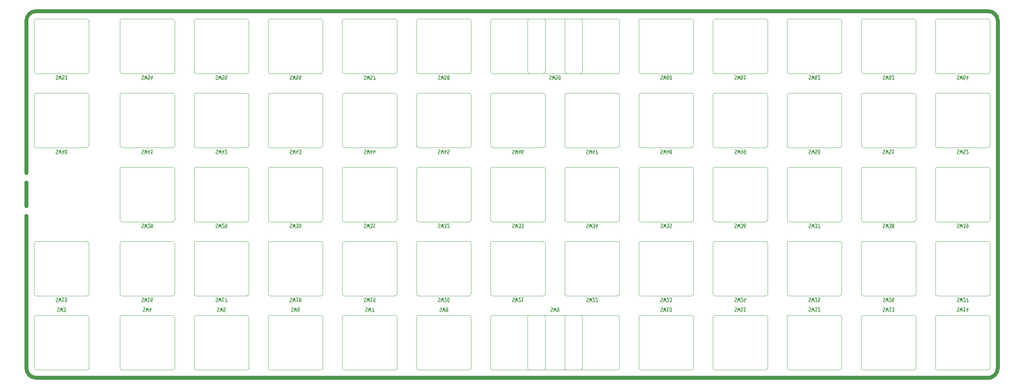
<source format=gbr>
%TF.GenerationSoftware,KiCad,Pcbnew,6.0.11-2627ca5db0~126~ubuntu22.04.1*%
%TF.CreationDate,2023-02-13T08:28:21-04:00*%
%TF.ProjectId,Topo_v0,546f706f-5f76-4302-9e6b-696361645f70,v0*%
%TF.SameCoordinates,Original*%
%TF.FileFunction,Legend,Bot*%
%TF.FilePolarity,Positive*%
%FSLAX46Y46*%
G04 Gerber Fmt 4.6, Leading zero omitted, Abs format (unit mm)*
G04 Created by KiCad (PCBNEW 6.0.11-2627ca5db0~126~ubuntu22.04.1) date 2023-02-13 08:28:21*
%MOMM*%
%LPD*%
G01*
G04 APERTURE LIST*
%ADD10C,1.000000*%
%ADD11C,0.152400*%
%ADD12C,0.120000*%
G04 APERTURE END LIST*
D10*
X268000000Y-115000000D02*
X23500000Y-115000000D01*
X21000000Y-71000000D02*
X21000000Y-65000000D01*
X270000000Y-23500000D02*
G75*
G03*
X267500000Y-21000000I-2500000J0D01*
G01*
X270000000Y-23500000D02*
X270000000Y-112500000D01*
X21000000Y-23500000D02*
X21000000Y-62500000D01*
X21000000Y-112500000D02*
G75*
G03*
X23500000Y-115000000I2500000J0D01*
G01*
X267500000Y-115000000D02*
G75*
G03*
X270000000Y-112500000I0J2500000D01*
G01*
X267500000Y-21000000D02*
X23500000Y-21000000D01*
X23500000Y-21000000D02*
G75*
G03*
X21000000Y-23500000I0J-2500000D01*
G01*
X21000000Y-112500000D02*
X21000000Y-73500000D01*
D11*
%TO.C,SW52*%
X259621142Y-56588761D02*
X259730000Y-56540380D01*
X259911428Y-56540380D01*
X259984000Y-56588761D01*
X260020285Y-56637142D01*
X260056571Y-56733904D01*
X260056571Y-56830666D01*
X260020285Y-56927428D01*
X259984000Y-56975809D01*
X259911428Y-57024190D01*
X259766285Y-57072571D01*
X259693714Y-57120952D01*
X259657428Y-57169333D01*
X259621142Y-57266095D01*
X259621142Y-57362857D01*
X259657428Y-57459619D01*
X259693714Y-57508000D01*
X259766285Y-57556380D01*
X259947714Y-57556380D01*
X260056571Y-57508000D01*
X260310571Y-57556380D02*
X260492000Y-56540380D01*
X260637142Y-57266095D01*
X260782285Y-56540380D01*
X260963714Y-57556380D01*
X261616857Y-57556380D02*
X261254000Y-57556380D01*
X261217714Y-57072571D01*
X261254000Y-57120952D01*
X261326571Y-57169333D01*
X261508000Y-57169333D01*
X261580571Y-57120952D01*
X261616857Y-57072571D01*
X261653142Y-56975809D01*
X261653142Y-56733904D01*
X261616857Y-56637142D01*
X261580571Y-56588761D01*
X261508000Y-56540380D01*
X261326571Y-56540380D01*
X261254000Y-56588761D01*
X261217714Y-56637142D01*
X261943428Y-57459619D02*
X261979714Y-57508000D01*
X262052285Y-57556380D01*
X262233714Y-57556380D01*
X262306285Y-57508000D01*
X262342571Y-57459619D01*
X262378857Y-57362857D01*
X262378857Y-57266095D01*
X262342571Y-57120952D01*
X261907142Y-56540380D01*
X262378857Y-56540380D01*
%TO.C,SW42*%
X69621142Y-56588761D02*
X69730000Y-56540380D01*
X69911428Y-56540380D01*
X69984000Y-56588761D01*
X70020285Y-56637142D01*
X70056571Y-56733904D01*
X70056571Y-56830666D01*
X70020285Y-56927428D01*
X69984000Y-56975809D01*
X69911428Y-57024190D01*
X69766285Y-57072571D01*
X69693714Y-57120952D01*
X69657428Y-57169333D01*
X69621142Y-57266095D01*
X69621142Y-57362857D01*
X69657428Y-57459619D01*
X69693714Y-57508000D01*
X69766285Y-57556380D01*
X69947714Y-57556380D01*
X70056571Y-57508000D01*
X70310571Y-57556380D02*
X70492000Y-56540380D01*
X70637142Y-57266095D01*
X70782285Y-56540380D01*
X70963714Y-57556380D01*
X71580571Y-57217714D02*
X71580571Y-56540380D01*
X71399142Y-57604761D02*
X71217714Y-56879047D01*
X71689428Y-56879047D01*
X71943428Y-57459619D02*
X71979714Y-57508000D01*
X72052285Y-57556380D01*
X72233714Y-57556380D01*
X72306285Y-57508000D01*
X72342571Y-57459619D01*
X72378857Y-57362857D01*
X72378857Y-57266095D01*
X72342571Y-57120952D01*
X71907142Y-56540380D01*
X72378857Y-56540380D01*
%TO.C,SW41*%
X50621142Y-56588761D02*
X50730000Y-56540380D01*
X50911428Y-56540380D01*
X50984000Y-56588761D01*
X51020285Y-56637142D01*
X51056571Y-56733904D01*
X51056571Y-56830666D01*
X51020285Y-56927428D01*
X50984000Y-56975809D01*
X50911428Y-57024190D01*
X50766285Y-57072571D01*
X50693714Y-57120952D01*
X50657428Y-57169333D01*
X50621142Y-57266095D01*
X50621142Y-57362857D01*
X50657428Y-57459619D01*
X50693714Y-57508000D01*
X50766285Y-57556380D01*
X50947714Y-57556380D01*
X51056571Y-57508000D01*
X51310571Y-57556380D02*
X51492000Y-56540380D01*
X51637142Y-57266095D01*
X51782285Y-56540380D01*
X51963714Y-57556380D01*
X52580571Y-57217714D02*
X52580571Y-56540380D01*
X52399142Y-57604761D02*
X52217714Y-56879047D01*
X52689428Y-56879047D01*
X53378857Y-56540380D02*
X52943428Y-56540380D01*
X53161142Y-56540380D02*
X53161142Y-57556380D01*
X53088571Y-57411238D01*
X53016000Y-57314476D01*
X52943428Y-57266095D01*
%TO.C,SW43*%
X88621142Y-56588761D02*
X88730000Y-56540380D01*
X88911428Y-56540380D01*
X88984000Y-56588761D01*
X89020285Y-56637142D01*
X89056571Y-56733904D01*
X89056571Y-56830666D01*
X89020285Y-56927428D01*
X88984000Y-56975809D01*
X88911428Y-57024190D01*
X88766285Y-57072571D01*
X88693714Y-57120952D01*
X88657428Y-57169333D01*
X88621142Y-57266095D01*
X88621142Y-57362857D01*
X88657428Y-57459619D01*
X88693714Y-57508000D01*
X88766285Y-57556380D01*
X88947714Y-57556380D01*
X89056571Y-57508000D01*
X89310571Y-57556380D02*
X89492000Y-56540380D01*
X89637142Y-57266095D01*
X89782285Y-56540380D01*
X89963714Y-57556380D01*
X90580571Y-57217714D02*
X90580571Y-56540380D01*
X90399142Y-57604761D02*
X90217714Y-56879047D01*
X90689428Y-56879047D01*
X90907142Y-57556380D02*
X91378857Y-57556380D01*
X91124857Y-57169333D01*
X91233714Y-57169333D01*
X91306285Y-57120952D01*
X91342571Y-57072571D01*
X91378857Y-56975809D01*
X91378857Y-56733904D01*
X91342571Y-56637142D01*
X91306285Y-56588761D01*
X91233714Y-56540380D01*
X91016000Y-56540380D01*
X90943428Y-56588761D01*
X90907142Y-56637142D01*
%TO.C,SW12*%
X221621142Y-97088761D02*
X221730000Y-97040380D01*
X221911428Y-97040380D01*
X221984000Y-97088761D01*
X222020285Y-97137142D01*
X222056571Y-97233904D01*
X222056571Y-97330666D01*
X222020285Y-97427428D01*
X221984000Y-97475809D01*
X221911428Y-97524190D01*
X221766285Y-97572571D01*
X221693714Y-97620952D01*
X221657428Y-97669333D01*
X221621142Y-97766095D01*
X221621142Y-97862857D01*
X221657428Y-97959619D01*
X221693714Y-98008000D01*
X221766285Y-98056380D01*
X221947714Y-98056380D01*
X222056571Y-98008000D01*
X222310571Y-98056380D02*
X222492000Y-97040380D01*
X222637142Y-97766095D01*
X222782285Y-97040380D01*
X222963714Y-98056380D01*
X223653142Y-97040380D02*
X223217714Y-97040380D01*
X223435428Y-97040380D02*
X223435428Y-98056380D01*
X223362857Y-97911238D01*
X223290285Y-97814476D01*
X223217714Y-97766095D01*
X223943428Y-97959619D02*
X223979714Y-98008000D01*
X224052285Y-98056380D01*
X224233714Y-98056380D01*
X224306285Y-98008000D01*
X224342571Y-97959619D01*
X224378857Y-97862857D01*
X224378857Y-97766095D01*
X224342571Y-97620952D01*
X223907142Y-97040380D01*
X224378857Y-97040380D01*
%TO.C,SW4*%
X50984000Y-97088761D02*
X51092857Y-97040380D01*
X51274285Y-97040380D01*
X51346857Y-97088761D01*
X51383142Y-97137142D01*
X51419428Y-97233904D01*
X51419428Y-97330666D01*
X51383142Y-97427428D01*
X51346857Y-97475809D01*
X51274285Y-97524190D01*
X51129142Y-97572571D01*
X51056571Y-97620952D01*
X51020285Y-97669333D01*
X50984000Y-97766095D01*
X50984000Y-97862857D01*
X51020285Y-97959619D01*
X51056571Y-98008000D01*
X51129142Y-98056380D01*
X51310571Y-98056380D01*
X51419428Y-98008000D01*
X51673428Y-98056380D02*
X51854857Y-97040380D01*
X52000000Y-97766095D01*
X52145142Y-97040380D01*
X52326571Y-98056380D01*
X52943428Y-97717714D02*
X52943428Y-97040380D01*
X52762000Y-98104761D02*
X52580571Y-97379047D01*
X53052285Y-97379047D01*
%TO.C,SW7*%
X107984000Y-97088761D02*
X108092857Y-97040380D01*
X108274285Y-97040380D01*
X108346857Y-97088761D01*
X108383142Y-97137142D01*
X108419428Y-97233904D01*
X108419428Y-97330666D01*
X108383142Y-97427428D01*
X108346857Y-97475809D01*
X108274285Y-97524190D01*
X108129142Y-97572571D01*
X108056571Y-97620952D01*
X108020285Y-97669333D01*
X107984000Y-97766095D01*
X107984000Y-97862857D01*
X108020285Y-97959619D01*
X108056571Y-98008000D01*
X108129142Y-98056380D01*
X108310571Y-98056380D01*
X108419428Y-98008000D01*
X108673428Y-98056380D02*
X108854857Y-97040380D01*
X109000000Y-97766095D01*
X109145142Y-97040380D01*
X109326571Y-98056380D01*
X109544285Y-98056380D02*
X110052285Y-98056380D01*
X109725714Y-97040380D01*
%TO.C,SW57*%
X107621142Y-37588761D02*
X107730000Y-37540380D01*
X107911428Y-37540380D01*
X107984000Y-37588761D01*
X108020285Y-37637142D01*
X108056571Y-37733904D01*
X108056571Y-37830666D01*
X108020285Y-37927428D01*
X107984000Y-37975809D01*
X107911428Y-38024190D01*
X107766285Y-38072571D01*
X107693714Y-38120952D01*
X107657428Y-38169333D01*
X107621142Y-38266095D01*
X107621142Y-38362857D01*
X107657428Y-38459619D01*
X107693714Y-38508000D01*
X107766285Y-38556380D01*
X107947714Y-38556380D01*
X108056571Y-38508000D01*
X108310571Y-38556380D02*
X108492000Y-37540380D01*
X108637142Y-38266095D01*
X108782285Y-37540380D01*
X108963714Y-38556380D01*
X109616857Y-38556380D02*
X109254000Y-38556380D01*
X109217714Y-38072571D01*
X109254000Y-38120952D01*
X109326571Y-38169333D01*
X109508000Y-38169333D01*
X109580571Y-38120952D01*
X109616857Y-38072571D01*
X109653142Y-37975809D01*
X109653142Y-37733904D01*
X109616857Y-37637142D01*
X109580571Y-37588761D01*
X109508000Y-37540380D01*
X109326571Y-37540380D01*
X109254000Y-37588761D01*
X109217714Y-37637142D01*
X109907142Y-38556380D02*
X110415142Y-38556380D01*
X110088571Y-37540380D01*
%TO.C,SW53*%
X28621142Y-37588761D02*
X28730000Y-37540380D01*
X28911428Y-37540380D01*
X28984000Y-37588761D01*
X29020285Y-37637142D01*
X29056571Y-37733904D01*
X29056571Y-37830666D01*
X29020285Y-37927428D01*
X28984000Y-37975809D01*
X28911428Y-38024190D01*
X28766285Y-38072571D01*
X28693714Y-38120952D01*
X28657428Y-38169333D01*
X28621142Y-38266095D01*
X28621142Y-38362857D01*
X28657428Y-38459619D01*
X28693714Y-38508000D01*
X28766285Y-38556380D01*
X28947714Y-38556380D01*
X29056571Y-38508000D01*
X29310571Y-38556380D02*
X29492000Y-37540380D01*
X29637142Y-38266095D01*
X29782285Y-37540380D01*
X29963714Y-38556380D01*
X30616857Y-38556380D02*
X30254000Y-38556380D01*
X30217714Y-38072571D01*
X30254000Y-38120952D01*
X30326571Y-38169333D01*
X30508000Y-38169333D01*
X30580571Y-38120952D01*
X30616857Y-38072571D01*
X30653142Y-37975809D01*
X30653142Y-37733904D01*
X30616857Y-37637142D01*
X30580571Y-37588761D01*
X30508000Y-37540380D01*
X30326571Y-37540380D01*
X30254000Y-37588761D01*
X30217714Y-37637142D01*
X30907142Y-38556380D02*
X31378857Y-38556380D01*
X31124857Y-38169333D01*
X31233714Y-38169333D01*
X31306285Y-38120952D01*
X31342571Y-38072571D01*
X31378857Y-37975809D01*
X31378857Y-37733904D01*
X31342571Y-37637142D01*
X31306285Y-37588761D01*
X31233714Y-37540380D01*
X31016000Y-37540380D01*
X30943428Y-37588761D01*
X30907142Y-37637142D01*
%TO.C,SW31*%
X107621142Y-75588761D02*
X107730000Y-75540380D01*
X107911428Y-75540380D01*
X107984000Y-75588761D01*
X108020285Y-75637142D01*
X108056571Y-75733904D01*
X108056571Y-75830666D01*
X108020285Y-75927428D01*
X107984000Y-75975809D01*
X107911428Y-76024190D01*
X107766285Y-76072571D01*
X107693714Y-76120952D01*
X107657428Y-76169333D01*
X107621142Y-76266095D01*
X107621142Y-76362857D01*
X107657428Y-76459619D01*
X107693714Y-76508000D01*
X107766285Y-76556380D01*
X107947714Y-76556380D01*
X108056571Y-76508000D01*
X108310571Y-76556380D02*
X108492000Y-75540380D01*
X108637142Y-76266095D01*
X108782285Y-75540380D01*
X108963714Y-76556380D01*
X109181428Y-76556380D02*
X109653142Y-76556380D01*
X109399142Y-76169333D01*
X109508000Y-76169333D01*
X109580571Y-76120952D01*
X109616857Y-76072571D01*
X109653142Y-75975809D01*
X109653142Y-75733904D01*
X109616857Y-75637142D01*
X109580571Y-75588761D01*
X109508000Y-75540380D01*
X109290285Y-75540380D01*
X109217714Y-75588761D01*
X109181428Y-75637142D01*
X110378857Y-75540380D02*
X109943428Y-75540380D01*
X110161142Y-75540380D02*
X110161142Y-76556380D01*
X110088571Y-76411238D01*
X110016000Y-76314476D01*
X109943428Y-76266095D01*
%TO.C,SW55*%
X69621142Y-37588761D02*
X69730000Y-37540380D01*
X69911428Y-37540380D01*
X69984000Y-37588761D01*
X70020285Y-37637142D01*
X70056571Y-37733904D01*
X70056571Y-37830666D01*
X70020285Y-37927428D01*
X69984000Y-37975809D01*
X69911428Y-38024190D01*
X69766285Y-38072571D01*
X69693714Y-38120952D01*
X69657428Y-38169333D01*
X69621142Y-38266095D01*
X69621142Y-38362857D01*
X69657428Y-38459619D01*
X69693714Y-38508000D01*
X69766285Y-38556380D01*
X69947714Y-38556380D01*
X70056571Y-38508000D01*
X70310571Y-38556380D02*
X70492000Y-37540380D01*
X70637142Y-38266095D01*
X70782285Y-37540380D01*
X70963714Y-38556380D01*
X71616857Y-38556380D02*
X71254000Y-38556380D01*
X71217714Y-38072571D01*
X71254000Y-38120952D01*
X71326571Y-38169333D01*
X71508000Y-38169333D01*
X71580571Y-38120952D01*
X71616857Y-38072571D01*
X71653142Y-37975809D01*
X71653142Y-37733904D01*
X71616857Y-37637142D01*
X71580571Y-37588761D01*
X71508000Y-37540380D01*
X71326571Y-37540380D01*
X71254000Y-37588761D01*
X71217714Y-37637142D01*
X72342571Y-38556380D02*
X71979714Y-38556380D01*
X71943428Y-38072571D01*
X71979714Y-38120952D01*
X72052285Y-38169333D01*
X72233714Y-38169333D01*
X72306285Y-38120952D01*
X72342571Y-38072571D01*
X72378857Y-37975809D01*
X72378857Y-37733904D01*
X72342571Y-37637142D01*
X72306285Y-37588761D01*
X72233714Y-37540380D01*
X72052285Y-37540380D01*
X71979714Y-37588761D01*
X71943428Y-37637142D01*
%TO.C,SW25*%
X221621142Y-94588761D02*
X221730000Y-94540380D01*
X221911428Y-94540380D01*
X221984000Y-94588761D01*
X222020285Y-94637142D01*
X222056571Y-94733904D01*
X222056571Y-94830666D01*
X222020285Y-94927428D01*
X221984000Y-94975809D01*
X221911428Y-95024190D01*
X221766285Y-95072571D01*
X221693714Y-95120952D01*
X221657428Y-95169333D01*
X221621142Y-95266095D01*
X221621142Y-95362857D01*
X221657428Y-95459619D01*
X221693714Y-95508000D01*
X221766285Y-95556380D01*
X221947714Y-95556380D01*
X222056571Y-95508000D01*
X222310571Y-95556380D02*
X222492000Y-94540380D01*
X222637142Y-95266095D01*
X222782285Y-94540380D01*
X222963714Y-95556380D01*
X223217714Y-95459619D02*
X223254000Y-95508000D01*
X223326571Y-95556380D01*
X223508000Y-95556380D01*
X223580571Y-95508000D01*
X223616857Y-95459619D01*
X223653142Y-95362857D01*
X223653142Y-95266095D01*
X223616857Y-95120952D01*
X223181428Y-94540380D01*
X223653142Y-94540380D01*
X224342571Y-95556380D02*
X223979714Y-95556380D01*
X223943428Y-95072571D01*
X223979714Y-95120952D01*
X224052285Y-95169333D01*
X224233714Y-95169333D01*
X224306285Y-95120952D01*
X224342571Y-95072571D01*
X224378857Y-94975809D01*
X224378857Y-94733904D01*
X224342571Y-94637142D01*
X224306285Y-94588761D01*
X224233714Y-94540380D01*
X224052285Y-94540380D01*
X223979714Y-94588761D01*
X223943428Y-94637142D01*
%TO.C,SW32*%
X126621142Y-75588761D02*
X126730000Y-75540380D01*
X126911428Y-75540380D01*
X126984000Y-75588761D01*
X127020285Y-75637142D01*
X127056571Y-75733904D01*
X127056571Y-75830666D01*
X127020285Y-75927428D01*
X126984000Y-75975809D01*
X126911428Y-76024190D01*
X126766285Y-76072571D01*
X126693714Y-76120952D01*
X126657428Y-76169333D01*
X126621142Y-76266095D01*
X126621142Y-76362857D01*
X126657428Y-76459619D01*
X126693714Y-76508000D01*
X126766285Y-76556380D01*
X126947714Y-76556380D01*
X127056571Y-76508000D01*
X127310571Y-76556380D02*
X127492000Y-75540380D01*
X127637142Y-76266095D01*
X127782285Y-75540380D01*
X127963714Y-76556380D01*
X128181428Y-76556380D02*
X128653142Y-76556380D01*
X128399142Y-76169333D01*
X128508000Y-76169333D01*
X128580571Y-76120952D01*
X128616857Y-76072571D01*
X128653142Y-75975809D01*
X128653142Y-75733904D01*
X128616857Y-75637142D01*
X128580571Y-75588761D01*
X128508000Y-75540380D01*
X128290285Y-75540380D01*
X128217714Y-75588761D01*
X128181428Y-75637142D01*
X128943428Y-76459619D02*
X128979714Y-76508000D01*
X129052285Y-76556380D01*
X129233714Y-76556380D01*
X129306285Y-76508000D01*
X129342571Y-76459619D01*
X129378857Y-76362857D01*
X129378857Y-76266095D01*
X129342571Y-76120952D01*
X128907142Y-75540380D01*
X129378857Y-75540380D01*
%TO.C,SW49*%
X202621142Y-56588761D02*
X202730000Y-56540380D01*
X202911428Y-56540380D01*
X202984000Y-56588761D01*
X203020285Y-56637142D01*
X203056571Y-56733904D01*
X203056571Y-56830666D01*
X203020285Y-56927428D01*
X202984000Y-56975809D01*
X202911428Y-57024190D01*
X202766285Y-57072571D01*
X202693714Y-57120952D01*
X202657428Y-57169333D01*
X202621142Y-57266095D01*
X202621142Y-57362857D01*
X202657428Y-57459619D01*
X202693714Y-57508000D01*
X202766285Y-57556380D01*
X202947714Y-57556380D01*
X203056571Y-57508000D01*
X203310571Y-57556380D02*
X203492000Y-56540380D01*
X203637142Y-57266095D01*
X203782285Y-56540380D01*
X203963714Y-57556380D01*
X204580571Y-57217714D02*
X204580571Y-56540380D01*
X204399142Y-57604761D02*
X204217714Y-56879047D01*
X204689428Y-56879047D01*
X205016000Y-56540380D02*
X205161142Y-56540380D01*
X205233714Y-56588761D01*
X205270000Y-56637142D01*
X205342571Y-56782285D01*
X205378857Y-56975809D01*
X205378857Y-57362857D01*
X205342571Y-57459619D01*
X205306285Y-57508000D01*
X205233714Y-57556380D01*
X205088571Y-57556380D01*
X205016000Y-57508000D01*
X204979714Y-57459619D01*
X204943428Y-57362857D01*
X204943428Y-57120952D01*
X204979714Y-57024190D01*
X205016000Y-56975809D01*
X205088571Y-56927428D01*
X205233714Y-56927428D01*
X205306285Y-56975809D01*
X205342571Y-57024190D01*
X205378857Y-57120952D01*
%TO.C,SW15*%
X28621142Y-94588761D02*
X28730000Y-94540380D01*
X28911428Y-94540380D01*
X28984000Y-94588761D01*
X29020285Y-94637142D01*
X29056571Y-94733904D01*
X29056571Y-94830666D01*
X29020285Y-94927428D01*
X28984000Y-94975809D01*
X28911428Y-95024190D01*
X28766285Y-95072571D01*
X28693714Y-95120952D01*
X28657428Y-95169333D01*
X28621142Y-95266095D01*
X28621142Y-95362857D01*
X28657428Y-95459619D01*
X28693714Y-95508000D01*
X28766285Y-95556380D01*
X28947714Y-95556380D01*
X29056571Y-95508000D01*
X29310571Y-95556380D02*
X29492000Y-94540380D01*
X29637142Y-95266095D01*
X29782285Y-94540380D01*
X29963714Y-95556380D01*
X30653142Y-94540380D02*
X30217714Y-94540380D01*
X30435428Y-94540380D02*
X30435428Y-95556380D01*
X30362857Y-95411238D01*
X30290285Y-95314476D01*
X30217714Y-95266095D01*
X31342571Y-95556380D02*
X30979714Y-95556380D01*
X30943428Y-95072571D01*
X30979714Y-95120952D01*
X31052285Y-95169333D01*
X31233714Y-95169333D01*
X31306285Y-95120952D01*
X31342571Y-95072571D01*
X31378857Y-94975809D01*
X31378857Y-94733904D01*
X31342571Y-94637142D01*
X31306285Y-94588761D01*
X31233714Y-94540380D01*
X31052285Y-94540380D01*
X30979714Y-94588761D01*
X30943428Y-94637142D01*
%TO.C,SW28*%
X50621142Y-75588761D02*
X50730000Y-75540380D01*
X50911428Y-75540380D01*
X50984000Y-75588761D01*
X51020285Y-75637142D01*
X51056571Y-75733904D01*
X51056571Y-75830666D01*
X51020285Y-75927428D01*
X50984000Y-75975809D01*
X50911428Y-76024190D01*
X50766285Y-76072571D01*
X50693714Y-76120952D01*
X50657428Y-76169333D01*
X50621142Y-76266095D01*
X50621142Y-76362857D01*
X50657428Y-76459619D01*
X50693714Y-76508000D01*
X50766285Y-76556380D01*
X50947714Y-76556380D01*
X51056571Y-76508000D01*
X51310571Y-76556380D02*
X51492000Y-75540380D01*
X51637142Y-76266095D01*
X51782285Y-75540380D01*
X51963714Y-76556380D01*
X52217714Y-76459619D02*
X52254000Y-76508000D01*
X52326571Y-76556380D01*
X52508000Y-76556380D01*
X52580571Y-76508000D01*
X52616857Y-76459619D01*
X52653142Y-76362857D01*
X52653142Y-76266095D01*
X52616857Y-76120952D01*
X52181428Y-75540380D01*
X52653142Y-75540380D01*
X53088571Y-76120952D02*
X53016000Y-76169333D01*
X52979714Y-76217714D01*
X52943428Y-76314476D01*
X52943428Y-76362857D01*
X52979714Y-76459619D01*
X53016000Y-76508000D01*
X53088571Y-76556380D01*
X53233714Y-76556380D01*
X53306285Y-76508000D01*
X53342571Y-76459619D01*
X53378857Y-76362857D01*
X53378857Y-76314476D01*
X53342571Y-76217714D01*
X53306285Y-76169333D01*
X53233714Y-76120952D01*
X53088571Y-76120952D01*
X53016000Y-76072571D01*
X52979714Y-76024190D01*
X52943428Y-75927428D01*
X52943428Y-75733904D01*
X52979714Y-75637142D01*
X53016000Y-75588761D01*
X53088571Y-75540380D01*
X53233714Y-75540380D01*
X53306285Y-75588761D01*
X53342571Y-75637142D01*
X53378857Y-75733904D01*
X53378857Y-75927428D01*
X53342571Y-76024190D01*
X53306285Y-76072571D01*
X53233714Y-76120952D01*
%TO.C,SW16*%
X50621142Y-94588761D02*
X50730000Y-94540380D01*
X50911428Y-94540380D01*
X50984000Y-94588761D01*
X51020285Y-94637142D01*
X51056571Y-94733904D01*
X51056571Y-94830666D01*
X51020285Y-94927428D01*
X50984000Y-94975809D01*
X50911428Y-95024190D01*
X50766285Y-95072571D01*
X50693714Y-95120952D01*
X50657428Y-95169333D01*
X50621142Y-95266095D01*
X50621142Y-95362857D01*
X50657428Y-95459619D01*
X50693714Y-95508000D01*
X50766285Y-95556380D01*
X50947714Y-95556380D01*
X51056571Y-95508000D01*
X51310571Y-95556380D02*
X51492000Y-94540380D01*
X51637142Y-95266095D01*
X51782285Y-94540380D01*
X51963714Y-95556380D01*
X52653142Y-94540380D02*
X52217714Y-94540380D01*
X52435428Y-94540380D02*
X52435428Y-95556380D01*
X52362857Y-95411238D01*
X52290285Y-95314476D01*
X52217714Y-95266095D01*
X53306285Y-95556380D02*
X53161142Y-95556380D01*
X53088571Y-95508000D01*
X53052285Y-95459619D01*
X52979714Y-95314476D01*
X52943428Y-95120952D01*
X52943428Y-94733904D01*
X52979714Y-94637142D01*
X53016000Y-94588761D01*
X53088571Y-94540380D01*
X53233714Y-94540380D01*
X53306285Y-94588761D01*
X53342571Y-94637142D01*
X53378857Y-94733904D01*
X53378857Y-94975809D01*
X53342571Y-95072571D01*
X53306285Y-95120952D01*
X53233714Y-95169333D01*
X53088571Y-95169333D01*
X53016000Y-95120952D01*
X52979714Y-95072571D01*
X52943428Y-94975809D01*
%TO.C,SW30*%
X88621142Y-75588761D02*
X88730000Y-75540380D01*
X88911428Y-75540380D01*
X88984000Y-75588761D01*
X89020285Y-75637142D01*
X89056571Y-75733904D01*
X89056571Y-75830666D01*
X89020285Y-75927428D01*
X88984000Y-75975809D01*
X88911428Y-76024190D01*
X88766285Y-76072571D01*
X88693714Y-76120952D01*
X88657428Y-76169333D01*
X88621142Y-76266095D01*
X88621142Y-76362857D01*
X88657428Y-76459619D01*
X88693714Y-76508000D01*
X88766285Y-76556380D01*
X88947714Y-76556380D01*
X89056571Y-76508000D01*
X89310571Y-76556380D02*
X89492000Y-75540380D01*
X89637142Y-76266095D01*
X89782285Y-75540380D01*
X89963714Y-76556380D01*
X90181428Y-76556380D02*
X90653142Y-76556380D01*
X90399142Y-76169333D01*
X90508000Y-76169333D01*
X90580571Y-76120952D01*
X90616857Y-76072571D01*
X90653142Y-75975809D01*
X90653142Y-75733904D01*
X90616857Y-75637142D01*
X90580571Y-75588761D01*
X90508000Y-75540380D01*
X90290285Y-75540380D01*
X90217714Y-75588761D01*
X90181428Y-75637142D01*
X91124857Y-76556380D02*
X91197428Y-76556380D01*
X91270000Y-76508000D01*
X91306285Y-76459619D01*
X91342571Y-76362857D01*
X91378857Y-76169333D01*
X91378857Y-75927428D01*
X91342571Y-75733904D01*
X91306285Y-75637142D01*
X91270000Y-75588761D01*
X91197428Y-75540380D01*
X91124857Y-75540380D01*
X91052285Y-75588761D01*
X91016000Y-75637142D01*
X90979714Y-75733904D01*
X90943428Y-75927428D01*
X90943428Y-76169333D01*
X90979714Y-76362857D01*
X91016000Y-76459619D01*
X91052285Y-76508000D01*
X91124857Y-76556380D01*
%TO.C,SW56*%
X88621142Y-37588761D02*
X88730000Y-37540380D01*
X88911428Y-37540380D01*
X88984000Y-37588761D01*
X89020285Y-37637142D01*
X89056571Y-37733904D01*
X89056571Y-37830666D01*
X89020285Y-37927428D01*
X88984000Y-37975809D01*
X88911428Y-38024190D01*
X88766285Y-38072571D01*
X88693714Y-38120952D01*
X88657428Y-38169333D01*
X88621142Y-38266095D01*
X88621142Y-38362857D01*
X88657428Y-38459619D01*
X88693714Y-38508000D01*
X88766285Y-38556380D01*
X88947714Y-38556380D01*
X89056571Y-38508000D01*
X89310571Y-38556380D02*
X89492000Y-37540380D01*
X89637142Y-38266095D01*
X89782285Y-37540380D01*
X89963714Y-38556380D01*
X90616857Y-38556380D02*
X90254000Y-38556380D01*
X90217714Y-38072571D01*
X90254000Y-38120952D01*
X90326571Y-38169333D01*
X90508000Y-38169333D01*
X90580571Y-38120952D01*
X90616857Y-38072571D01*
X90653142Y-37975809D01*
X90653142Y-37733904D01*
X90616857Y-37637142D01*
X90580571Y-37588761D01*
X90508000Y-37540380D01*
X90326571Y-37540380D01*
X90254000Y-37588761D01*
X90217714Y-37637142D01*
X91306285Y-38556380D02*
X91161142Y-38556380D01*
X91088571Y-38508000D01*
X91052285Y-38459619D01*
X90979714Y-38314476D01*
X90943428Y-38120952D01*
X90943428Y-37733904D01*
X90979714Y-37637142D01*
X91016000Y-37588761D01*
X91088571Y-37540380D01*
X91233714Y-37540380D01*
X91306285Y-37588761D01*
X91342571Y-37637142D01*
X91378857Y-37733904D01*
X91378857Y-37975809D01*
X91342571Y-38072571D01*
X91306285Y-38120952D01*
X91233714Y-38169333D01*
X91088571Y-38169333D01*
X91016000Y-38120952D01*
X90979714Y-38072571D01*
X90943428Y-37975809D01*
%TO.C,SW35*%
X183621142Y-75588761D02*
X183730000Y-75540380D01*
X183911428Y-75540380D01*
X183984000Y-75588761D01*
X184020285Y-75637142D01*
X184056571Y-75733904D01*
X184056571Y-75830666D01*
X184020285Y-75927428D01*
X183984000Y-75975809D01*
X183911428Y-76024190D01*
X183766285Y-76072571D01*
X183693714Y-76120952D01*
X183657428Y-76169333D01*
X183621142Y-76266095D01*
X183621142Y-76362857D01*
X183657428Y-76459619D01*
X183693714Y-76508000D01*
X183766285Y-76556380D01*
X183947714Y-76556380D01*
X184056571Y-76508000D01*
X184310571Y-76556380D02*
X184492000Y-75540380D01*
X184637142Y-76266095D01*
X184782285Y-75540380D01*
X184963714Y-76556380D01*
X185181428Y-76556380D02*
X185653142Y-76556380D01*
X185399142Y-76169333D01*
X185508000Y-76169333D01*
X185580571Y-76120952D01*
X185616857Y-76072571D01*
X185653142Y-75975809D01*
X185653142Y-75733904D01*
X185616857Y-75637142D01*
X185580571Y-75588761D01*
X185508000Y-75540380D01*
X185290285Y-75540380D01*
X185217714Y-75588761D01*
X185181428Y-75637142D01*
X186342571Y-76556380D02*
X185979714Y-76556380D01*
X185943428Y-76072571D01*
X185979714Y-76120952D01*
X186052285Y-76169333D01*
X186233714Y-76169333D01*
X186306285Y-76120952D01*
X186342571Y-76072571D01*
X186378857Y-75975809D01*
X186378857Y-75733904D01*
X186342571Y-75637142D01*
X186306285Y-75588761D01*
X186233714Y-75540380D01*
X186052285Y-75540380D01*
X185979714Y-75588761D01*
X185943428Y-75637142D01*
%TO.C,SW47*%
X164621142Y-56588761D02*
X164730000Y-56540380D01*
X164911428Y-56540380D01*
X164984000Y-56588761D01*
X165020285Y-56637142D01*
X165056571Y-56733904D01*
X165056571Y-56830666D01*
X165020285Y-56927428D01*
X164984000Y-56975809D01*
X164911428Y-57024190D01*
X164766285Y-57072571D01*
X164693714Y-57120952D01*
X164657428Y-57169333D01*
X164621142Y-57266095D01*
X164621142Y-57362857D01*
X164657428Y-57459619D01*
X164693714Y-57508000D01*
X164766285Y-57556380D01*
X164947714Y-57556380D01*
X165056571Y-57508000D01*
X165310571Y-57556380D02*
X165492000Y-56540380D01*
X165637142Y-57266095D01*
X165782285Y-56540380D01*
X165963714Y-57556380D01*
X166580571Y-57217714D02*
X166580571Y-56540380D01*
X166399142Y-57604761D02*
X166217714Y-56879047D01*
X166689428Y-56879047D01*
X166907142Y-57556380D02*
X167415142Y-57556380D01*
X167088571Y-56540380D01*
%TO.C,SW39*%
X259621142Y-75588761D02*
X259730000Y-75540380D01*
X259911428Y-75540380D01*
X259984000Y-75588761D01*
X260020285Y-75637142D01*
X260056571Y-75733904D01*
X260056571Y-75830666D01*
X260020285Y-75927428D01*
X259984000Y-75975809D01*
X259911428Y-76024190D01*
X259766285Y-76072571D01*
X259693714Y-76120952D01*
X259657428Y-76169333D01*
X259621142Y-76266095D01*
X259621142Y-76362857D01*
X259657428Y-76459619D01*
X259693714Y-76508000D01*
X259766285Y-76556380D01*
X259947714Y-76556380D01*
X260056571Y-76508000D01*
X260310571Y-76556380D02*
X260492000Y-75540380D01*
X260637142Y-76266095D01*
X260782285Y-75540380D01*
X260963714Y-76556380D01*
X261181428Y-76556380D02*
X261653142Y-76556380D01*
X261399142Y-76169333D01*
X261508000Y-76169333D01*
X261580571Y-76120952D01*
X261616857Y-76072571D01*
X261653142Y-75975809D01*
X261653142Y-75733904D01*
X261616857Y-75637142D01*
X261580571Y-75588761D01*
X261508000Y-75540380D01*
X261290285Y-75540380D01*
X261217714Y-75588761D01*
X261181428Y-75637142D01*
X262016000Y-75540380D02*
X262161142Y-75540380D01*
X262233714Y-75588761D01*
X262270000Y-75637142D01*
X262342571Y-75782285D01*
X262378857Y-75975809D01*
X262378857Y-76362857D01*
X262342571Y-76459619D01*
X262306285Y-76508000D01*
X262233714Y-76556380D01*
X262088571Y-76556380D01*
X262016000Y-76508000D01*
X261979714Y-76459619D01*
X261943428Y-76362857D01*
X261943428Y-76120952D01*
X261979714Y-76024190D01*
X262016000Y-75975809D01*
X262088571Y-75927428D01*
X262233714Y-75927428D01*
X262306285Y-75975809D01*
X262342571Y-76024190D01*
X262378857Y-76120952D01*
%TO.C,SW13*%
X240621142Y-97088761D02*
X240730000Y-97040380D01*
X240911428Y-97040380D01*
X240984000Y-97088761D01*
X241020285Y-97137142D01*
X241056571Y-97233904D01*
X241056571Y-97330666D01*
X241020285Y-97427428D01*
X240984000Y-97475809D01*
X240911428Y-97524190D01*
X240766285Y-97572571D01*
X240693714Y-97620952D01*
X240657428Y-97669333D01*
X240621142Y-97766095D01*
X240621142Y-97862857D01*
X240657428Y-97959619D01*
X240693714Y-98008000D01*
X240766285Y-98056380D01*
X240947714Y-98056380D01*
X241056571Y-98008000D01*
X241310571Y-98056380D02*
X241492000Y-97040380D01*
X241637142Y-97766095D01*
X241782285Y-97040380D01*
X241963714Y-98056380D01*
X242653142Y-97040380D02*
X242217714Y-97040380D01*
X242435428Y-97040380D02*
X242435428Y-98056380D01*
X242362857Y-97911238D01*
X242290285Y-97814476D01*
X242217714Y-97766095D01*
X242907142Y-98056380D02*
X243378857Y-98056380D01*
X243124857Y-97669333D01*
X243233714Y-97669333D01*
X243306285Y-97620952D01*
X243342571Y-97572571D01*
X243378857Y-97475809D01*
X243378857Y-97233904D01*
X243342571Y-97137142D01*
X243306285Y-97088761D01*
X243233714Y-97040380D01*
X243016000Y-97040380D01*
X242943428Y-97088761D01*
X242907142Y-97137142D01*
%TO.C,SW63*%
X240621142Y-37588761D02*
X240730000Y-37540380D01*
X240911428Y-37540380D01*
X240984000Y-37588761D01*
X241020285Y-37637142D01*
X241056571Y-37733904D01*
X241056571Y-37830666D01*
X241020285Y-37927428D01*
X240984000Y-37975809D01*
X240911428Y-38024190D01*
X240766285Y-38072571D01*
X240693714Y-38120952D01*
X240657428Y-38169333D01*
X240621142Y-38266095D01*
X240621142Y-38362857D01*
X240657428Y-38459619D01*
X240693714Y-38508000D01*
X240766285Y-38556380D01*
X240947714Y-38556380D01*
X241056571Y-38508000D01*
X241310571Y-38556380D02*
X241492000Y-37540380D01*
X241637142Y-38266095D01*
X241782285Y-37540380D01*
X241963714Y-38556380D01*
X242580571Y-38556380D02*
X242435428Y-38556380D01*
X242362857Y-38508000D01*
X242326571Y-38459619D01*
X242254000Y-38314476D01*
X242217714Y-38120952D01*
X242217714Y-37733904D01*
X242254000Y-37637142D01*
X242290285Y-37588761D01*
X242362857Y-37540380D01*
X242508000Y-37540380D01*
X242580571Y-37588761D01*
X242616857Y-37637142D01*
X242653142Y-37733904D01*
X242653142Y-37975809D01*
X242616857Y-38072571D01*
X242580571Y-38120952D01*
X242508000Y-38169333D01*
X242362857Y-38169333D01*
X242290285Y-38120952D01*
X242254000Y-38072571D01*
X242217714Y-37975809D01*
X242907142Y-38556380D02*
X243378857Y-38556380D01*
X243124857Y-38169333D01*
X243233714Y-38169333D01*
X243306285Y-38120952D01*
X243342571Y-38072571D01*
X243378857Y-37975809D01*
X243378857Y-37733904D01*
X243342571Y-37637142D01*
X243306285Y-37588761D01*
X243233714Y-37540380D01*
X243016000Y-37540380D01*
X242943428Y-37588761D01*
X242907142Y-37637142D01*
%TO.C,SW23*%
X183621142Y-94588761D02*
X183730000Y-94540380D01*
X183911428Y-94540380D01*
X183984000Y-94588761D01*
X184020285Y-94637142D01*
X184056571Y-94733904D01*
X184056571Y-94830666D01*
X184020285Y-94927428D01*
X183984000Y-94975809D01*
X183911428Y-95024190D01*
X183766285Y-95072571D01*
X183693714Y-95120952D01*
X183657428Y-95169333D01*
X183621142Y-95266095D01*
X183621142Y-95362857D01*
X183657428Y-95459619D01*
X183693714Y-95508000D01*
X183766285Y-95556380D01*
X183947714Y-95556380D01*
X184056571Y-95508000D01*
X184310571Y-95556380D02*
X184492000Y-94540380D01*
X184637142Y-95266095D01*
X184782285Y-94540380D01*
X184963714Y-95556380D01*
X185217714Y-95459619D02*
X185254000Y-95508000D01*
X185326571Y-95556380D01*
X185508000Y-95556380D01*
X185580571Y-95508000D01*
X185616857Y-95459619D01*
X185653142Y-95362857D01*
X185653142Y-95266095D01*
X185616857Y-95120952D01*
X185181428Y-94540380D01*
X185653142Y-94540380D01*
X185907142Y-95556380D02*
X186378857Y-95556380D01*
X186124857Y-95169333D01*
X186233714Y-95169333D01*
X186306285Y-95120952D01*
X186342571Y-95072571D01*
X186378857Y-94975809D01*
X186378857Y-94733904D01*
X186342571Y-94637142D01*
X186306285Y-94588761D01*
X186233714Y-94540380D01*
X186016000Y-94540380D01*
X185943428Y-94588761D01*
X185907142Y-94637142D01*
%TO.C,SW5*%
X69984000Y-97088761D02*
X70092857Y-97040380D01*
X70274285Y-97040380D01*
X70346857Y-97088761D01*
X70383142Y-97137142D01*
X70419428Y-97233904D01*
X70419428Y-97330666D01*
X70383142Y-97427428D01*
X70346857Y-97475809D01*
X70274285Y-97524190D01*
X70129142Y-97572571D01*
X70056571Y-97620952D01*
X70020285Y-97669333D01*
X69984000Y-97766095D01*
X69984000Y-97862857D01*
X70020285Y-97959619D01*
X70056571Y-98008000D01*
X70129142Y-98056380D01*
X70310571Y-98056380D01*
X70419428Y-98008000D01*
X70673428Y-98056380D02*
X70854857Y-97040380D01*
X71000000Y-97766095D01*
X71145142Y-97040380D01*
X71326571Y-98056380D01*
X71979714Y-98056380D02*
X71616857Y-98056380D01*
X71580571Y-97572571D01*
X71616857Y-97620952D01*
X71689428Y-97669333D01*
X71870857Y-97669333D01*
X71943428Y-97620952D01*
X71979714Y-97572571D01*
X72016000Y-97475809D01*
X72016000Y-97233904D01*
X71979714Y-97137142D01*
X71943428Y-97088761D01*
X71870857Y-97040380D01*
X71689428Y-97040380D01*
X71616857Y-97088761D01*
X71580571Y-97137142D01*
%TO.C,SW48*%
X183621142Y-56588761D02*
X183730000Y-56540380D01*
X183911428Y-56540380D01*
X183984000Y-56588761D01*
X184020285Y-56637142D01*
X184056571Y-56733904D01*
X184056571Y-56830666D01*
X184020285Y-56927428D01*
X183984000Y-56975809D01*
X183911428Y-57024190D01*
X183766285Y-57072571D01*
X183693714Y-57120952D01*
X183657428Y-57169333D01*
X183621142Y-57266095D01*
X183621142Y-57362857D01*
X183657428Y-57459619D01*
X183693714Y-57508000D01*
X183766285Y-57556380D01*
X183947714Y-57556380D01*
X184056571Y-57508000D01*
X184310571Y-57556380D02*
X184492000Y-56540380D01*
X184637142Y-57266095D01*
X184782285Y-56540380D01*
X184963714Y-57556380D01*
X185580571Y-57217714D02*
X185580571Y-56540380D01*
X185399142Y-57604761D02*
X185217714Y-56879047D01*
X185689428Y-56879047D01*
X186088571Y-57120952D02*
X186016000Y-57169333D01*
X185979714Y-57217714D01*
X185943428Y-57314476D01*
X185943428Y-57362857D01*
X185979714Y-57459619D01*
X186016000Y-57508000D01*
X186088571Y-57556380D01*
X186233714Y-57556380D01*
X186306285Y-57508000D01*
X186342571Y-57459619D01*
X186378857Y-57362857D01*
X186378857Y-57314476D01*
X186342571Y-57217714D01*
X186306285Y-57169333D01*
X186233714Y-57120952D01*
X186088571Y-57120952D01*
X186016000Y-57072571D01*
X185979714Y-57024190D01*
X185943428Y-56927428D01*
X185943428Y-56733904D01*
X185979714Y-56637142D01*
X186016000Y-56588761D01*
X186088571Y-56540380D01*
X186233714Y-56540380D01*
X186306285Y-56588761D01*
X186342571Y-56637142D01*
X186378857Y-56733904D01*
X186378857Y-56927428D01*
X186342571Y-57024190D01*
X186306285Y-57072571D01*
X186233714Y-57120952D01*
%TO.C,SW21*%
X145621142Y-94588761D02*
X145730000Y-94540380D01*
X145911428Y-94540380D01*
X145984000Y-94588761D01*
X146020285Y-94637142D01*
X146056571Y-94733904D01*
X146056571Y-94830666D01*
X146020285Y-94927428D01*
X145984000Y-94975809D01*
X145911428Y-95024190D01*
X145766285Y-95072571D01*
X145693714Y-95120952D01*
X145657428Y-95169333D01*
X145621142Y-95266095D01*
X145621142Y-95362857D01*
X145657428Y-95459619D01*
X145693714Y-95508000D01*
X145766285Y-95556380D01*
X145947714Y-95556380D01*
X146056571Y-95508000D01*
X146310571Y-95556380D02*
X146492000Y-94540380D01*
X146637142Y-95266095D01*
X146782285Y-94540380D01*
X146963714Y-95556380D01*
X147217714Y-95459619D02*
X147254000Y-95508000D01*
X147326571Y-95556380D01*
X147508000Y-95556380D01*
X147580571Y-95508000D01*
X147616857Y-95459619D01*
X147653142Y-95362857D01*
X147653142Y-95266095D01*
X147616857Y-95120952D01*
X147181428Y-94540380D01*
X147653142Y-94540380D01*
X148378857Y-94540380D02*
X147943428Y-94540380D01*
X148161142Y-94540380D02*
X148161142Y-95556380D01*
X148088571Y-95411238D01*
X148016000Y-95314476D01*
X147943428Y-95266095D01*
%TO.C,SW17*%
X69621142Y-94588761D02*
X69730000Y-94540380D01*
X69911428Y-94540380D01*
X69984000Y-94588761D01*
X70020285Y-94637142D01*
X70056571Y-94733904D01*
X70056571Y-94830666D01*
X70020285Y-94927428D01*
X69984000Y-94975809D01*
X69911428Y-95024190D01*
X69766285Y-95072571D01*
X69693714Y-95120952D01*
X69657428Y-95169333D01*
X69621142Y-95266095D01*
X69621142Y-95362857D01*
X69657428Y-95459619D01*
X69693714Y-95508000D01*
X69766285Y-95556380D01*
X69947714Y-95556380D01*
X70056571Y-95508000D01*
X70310571Y-95556380D02*
X70492000Y-94540380D01*
X70637142Y-95266095D01*
X70782285Y-94540380D01*
X70963714Y-95556380D01*
X71653142Y-94540380D02*
X71217714Y-94540380D01*
X71435428Y-94540380D02*
X71435428Y-95556380D01*
X71362857Y-95411238D01*
X71290285Y-95314476D01*
X71217714Y-95266095D01*
X71907142Y-95556380D02*
X72415142Y-95556380D01*
X72088571Y-94540380D01*
%TO.C,SW38*%
X240621142Y-75588761D02*
X240730000Y-75540380D01*
X240911428Y-75540380D01*
X240984000Y-75588761D01*
X241020285Y-75637142D01*
X241056571Y-75733904D01*
X241056571Y-75830666D01*
X241020285Y-75927428D01*
X240984000Y-75975809D01*
X240911428Y-76024190D01*
X240766285Y-76072571D01*
X240693714Y-76120952D01*
X240657428Y-76169333D01*
X240621142Y-76266095D01*
X240621142Y-76362857D01*
X240657428Y-76459619D01*
X240693714Y-76508000D01*
X240766285Y-76556380D01*
X240947714Y-76556380D01*
X241056571Y-76508000D01*
X241310571Y-76556380D02*
X241492000Y-75540380D01*
X241637142Y-76266095D01*
X241782285Y-75540380D01*
X241963714Y-76556380D01*
X242181428Y-76556380D02*
X242653142Y-76556380D01*
X242399142Y-76169333D01*
X242508000Y-76169333D01*
X242580571Y-76120952D01*
X242616857Y-76072571D01*
X242653142Y-75975809D01*
X242653142Y-75733904D01*
X242616857Y-75637142D01*
X242580571Y-75588761D01*
X242508000Y-75540380D01*
X242290285Y-75540380D01*
X242217714Y-75588761D01*
X242181428Y-75637142D01*
X243088571Y-76120952D02*
X243016000Y-76169333D01*
X242979714Y-76217714D01*
X242943428Y-76314476D01*
X242943428Y-76362857D01*
X242979714Y-76459619D01*
X243016000Y-76508000D01*
X243088571Y-76556380D01*
X243233714Y-76556380D01*
X243306285Y-76508000D01*
X243342571Y-76459619D01*
X243378857Y-76362857D01*
X243378857Y-76314476D01*
X243342571Y-76217714D01*
X243306285Y-76169333D01*
X243233714Y-76120952D01*
X243088571Y-76120952D01*
X243016000Y-76072571D01*
X242979714Y-76024190D01*
X242943428Y-75927428D01*
X242943428Y-75733904D01*
X242979714Y-75637142D01*
X243016000Y-75588761D01*
X243088571Y-75540380D01*
X243233714Y-75540380D01*
X243306285Y-75588761D01*
X243342571Y-75637142D01*
X243378857Y-75733904D01*
X243378857Y-75927428D01*
X243342571Y-76024190D01*
X243306285Y-76072571D01*
X243233714Y-76120952D01*
%TO.C,SW60*%
X183621142Y-37588761D02*
X183730000Y-37540380D01*
X183911428Y-37540380D01*
X183984000Y-37588761D01*
X184020285Y-37637142D01*
X184056571Y-37733904D01*
X184056571Y-37830666D01*
X184020285Y-37927428D01*
X183984000Y-37975809D01*
X183911428Y-38024190D01*
X183766285Y-38072571D01*
X183693714Y-38120952D01*
X183657428Y-38169333D01*
X183621142Y-38266095D01*
X183621142Y-38362857D01*
X183657428Y-38459619D01*
X183693714Y-38508000D01*
X183766285Y-38556380D01*
X183947714Y-38556380D01*
X184056571Y-38508000D01*
X184310571Y-38556380D02*
X184492000Y-37540380D01*
X184637142Y-38266095D01*
X184782285Y-37540380D01*
X184963714Y-38556380D01*
X185580571Y-38556380D02*
X185435428Y-38556380D01*
X185362857Y-38508000D01*
X185326571Y-38459619D01*
X185254000Y-38314476D01*
X185217714Y-38120952D01*
X185217714Y-37733904D01*
X185254000Y-37637142D01*
X185290285Y-37588761D01*
X185362857Y-37540380D01*
X185508000Y-37540380D01*
X185580571Y-37588761D01*
X185616857Y-37637142D01*
X185653142Y-37733904D01*
X185653142Y-37975809D01*
X185616857Y-38072571D01*
X185580571Y-38120952D01*
X185508000Y-38169333D01*
X185362857Y-38169333D01*
X185290285Y-38120952D01*
X185254000Y-38072571D01*
X185217714Y-37975809D01*
X186124857Y-38556380D02*
X186197428Y-38556380D01*
X186270000Y-38508000D01*
X186306285Y-38459619D01*
X186342571Y-38362857D01*
X186378857Y-38169333D01*
X186378857Y-37927428D01*
X186342571Y-37733904D01*
X186306285Y-37637142D01*
X186270000Y-37588761D01*
X186197428Y-37540380D01*
X186124857Y-37540380D01*
X186052285Y-37588761D01*
X186016000Y-37637142D01*
X185979714Y-37733904D01*
X185943428Y-37927428D01*
X185943428Y-38169333D01*
X185979714Y-38362857D01*
X186016000Y-38459619D01*
X186052285Y-38508000D01*
X186124857Y-38556380D01*
%TO.C,SW6*%
X88984000Y-97088761D02*
X89092857Y-97040380D01*
X89274285Y-97040380D01*
X89346857Y-97088761D01*
X89383142Y-97137142D01*
X89419428Y-97233904D01*
X89419428Y-97330666D01*
X89383142Y-97427428D01*
X89346857Y-97475809D01*
X89274285Y-97524190D01*
X89129142Y-97572571D01*
X89056571Y-97620952D01*
X89020285Y-97669333D01*
X88984000Y-97766095D01*
X88984000Y-97862857D01*
X89020285Y-97959619D01*
X89056571Y-98008000D01*
X89129142Y-98056380D01*
X89310571Y-98056380D01*
X89419428Y-98008000D01*
X89673428Y-98056380D02*
X89854857Y-97040380D01*
X90000000Y-97766095D01*
X90145142Y-97040380D01*
X90326571Y-98056380D01*
X90943428Y-98056380D02*
X90798285Y-98056380D01*
X90725714Y-98008000D01*
X90689428Y-97959619D01*
X90616857Y-97814476D01*
X90580571Y-97620952D01*
X90580571Y-97233904D01*
X90616857Y-97137142D01*
X90653142Y-97088761D01*
X90725714Y-97040380D01*
X90870857Y-97040380D01*
X90943428Y-97088761D01*
X90979714Y-97137142D01*
X91016000Y-97233904D01*
X91016000Y-97475809D01*
X90979714Y-97572571D01*
X90943428Y-97620952D01*
X90870857Y-97669333D01*
X90725714Y-97669333D01*
X90653142Y-97620952D01*
X90616857Y-97572571D01*
X90580571Y-97475809D01*
%TO.C,SW40*%
X28621142Y-56588761D02*
X28730000Y-56540380D01*
X28911428Y-56540380D01*
X28984000Y-56588761D01*
X29020285Y-56637142D01*
X29056571Y-56733904D01*
X29056571Y-56830666D01*
X29020285Y-56927428D01*
X28984000Y-56975809D01*
X28911428Y-57024190D01*
X28766285Y-57072571D01*
X28693714Y-57120952D01*
X28657428Y-57169333D01*
X28621142Y-57266095D01*
X28621142Y-57362857D01*
X28657428Y-57459619D01*
X28693714Y-57508000D01*
X28766285Y-57556380D01*
X28947714Y-57556380D01*
X29056571Y-57508000D01*
X29310571Y-57556380D02*
X29492000Y-56540380D01*
X29637142Y-57266095D01*
X29782285Y-56540380D01*
X29963714Y-57556380D01*
X30580571Y-57217714D02*
X30580571Y-56540380D01*
X30399142Y-57604761D02*
X30217714Y-56879047D01*
X30689428Y-56879047D01*
X31124857Y-57556380D02*
X31197428Y-57556380D01*
X31270000Y-57508000D01*
X31306285Y-57459619D01*
X31342571Y-57362857D01*
X31378857Y-57169333D01*
X31378857Y-56927428D01*
X31342571Y-56733904D01*
X31306285Y-56637142D01*
X31270000Y-56588761D01*
X31197428Y-56540380D01*
X31124857Y-56540380D01*
X31052285Y-56588761D01*
X31016000Y-56637142D01*
X30979714Y-56733904D01*
X30943428Y-56927428D01*
X30943428Y-57169333D01*
X30979714Y-57362857D01*
X31016000Y-57459619D01*
X31052285Y-57508000D01*
X31124857Y-57556380D01*
%TO.C,SW8*%
X126984000Y-97088761D02*
X127092857Y-97040380D01*
X127274285Y-97040380D01*
X127346857Y-97088761D01*
X127383142Y-97137142D01*
X127419428Y-97233904D01*
X127419428Y-97330666D01*
X127383142Y-97427428D01*
X127346857Y-97475809D01*
X127274285Y-97524190D01*
X127129142Y-97572571D01*
X127056571Y-97620952D01*
X127020285Y-97669333D01*
X126984000Y-97766095D01*
X126984000Y-97862857D01*
X127020285Y-97959619D01*
X127056571Y-98008000D01*
X127129142Y-98056380D01*
X127310571Y-98056380D01*
X127419428Y-98008000D01*
X127673428Y-98056380D02*
X127854857Y-97040380D01*
X128000000Y-97766095D01*
X128145142Y-97040380D01*
X128326571Y-98056380D01*
X128725714Y-97620952D02*
X128653142Y-97669333D01*
X128616857Y-97717714D01*
X128580571Y-97814476D01*
X128580571Y-97862857D01*
X128616857Y-97959619D01*
X128653142Y-98008000D01*
X128725714Y-98056380D01*
X128870857Y-98056380D01*
X128943428Y-98008000D01*
X128979714Y-97959619D01*
X129016000Y-97862857D01*
X129016000Y-97814476D01*
X128979714Y-97717714D01*
X128943428Y-97669333D01*
X128870857Y-97620952D01*
X128725714Y-97620952D01*
X128653142Y-97572571D01*
X128616857Y-97524190D01*
X128580571Y-97427428D01*
X128580571Y-97233904D01*
X128616857Y-97137142D01*
X128653142Y-97088761D01*
X128725714Y-97040380D01*
X128870857Y-97040380D01*
X128943428Y-97088761D01*
X128979714Y-97137142D01*
X129016000Y-97233904D01*
X129016000Y-97427428D01*
X128979714Y-97524190D01*
X128943428Y-97572571D01*
X128870857Y-97620952D01*
%TO.C,SW14*%
X259621142Y-97088761D02*
X259730000Y-97040380D01*
X259911428Y-97040380D01*
X259984000Y-97088761D01*
X260020285Y-97137142D01*
X260056571Y-97233904D01*
X260056571Y-97330666D01*
X260020285Y-97427428D01*
X259984000Y-97475809D01*
X259911428Y-97524190D01*
X259766285Y-97572571D01*
X259693714Y-97620952D01*
X259657428Y-97669333D01*
X259621142Y-97766095D01*
X259621142Y-97862857D01*
X259657428Y-97959619D01*
X259693714Y-98008000D01*
X259766285Y-98056380D01*
X259947714Y-98056380D01*
X260056571Y-98008000D01*
X260310571Y-98056380D02*
X260492000Y-97040380D01*
X260637142Y-97766095D01*
X260782285Y-97040380D01*
X260963714Y-98056380D01*
X261653142Y-97040380D02*
X261217714Y-97040380D01*
X261435428Y-97040380D02*
X261435428Y-98056380D01*
X261362857Y-97911238D01*
X261290285Y-97814476D01*
X261217714Y-97766095D01*
X262306285Y-97717714D02*
X262306285Y-97040380D01*
X262124857Y-98104761D02*
X261943428Y-97379047D01*
X262415142Y-97379047D01*
%TO.C,SW44*%
X107621142Y-56588761D02*
X107730000Y-56540380D01*
X107911428Y-56540380D01*
X107984000Y-56588761D01*
X108020285Y-56637142D01*
X108056571Y-56733904D01*
X108056571Y-56830666D01*
X108020285Y-56927428D01*
X107984000Y-56975809D01*
X107911428Y-57024190D01*
X107766285Y-57072571D01*
X107693714Y-57120952D01*
X107657428Y-57169333D01*
X107621142Y-57266095D01*
X107621142Y-57362857D01*
X107657428Y-57459619D01*
X107693714Y-57508000D01*
X107766285Y-57556380D01*
X107947714Y-57556380D01*
X108056571Y-57508000D01*
X108310571Y-57556380D02*
X108492000Y-56540380D01*
X108637142Y-57266095D01*
X108782285Y-56540380D01*
X108963714Y-57556380D01*
X109580571Y-57217714D02*
X109580571Y-56540380D01*
X109399142Y-57604761D02*
X109217714Y-56879047D01*
X109689428Y-56879047D01*
X110306285Y-57217714D02*
X110306285Y-56540380D01*
X110124857Y-57604761D02*
X109943428Y-56879047D01*
X110415142Y-56879047D01*
%TO.C,SW24*%
X202621142Y-94588761D02*
X202730000Y-94540380D01*
X202911428Y-94540380D01*
X202984000Y-94588761D01*
X203020285Y-94637142D01*
X203056571Y-94733904D01*
X203056571Y-94830666D01*
X203020285Y-94927428D01*
X202984000Y-94975809D01*
X202911428Y-95024190D01*
X202766285Y-95072571D01*
X202693714Y-95120952D01*
X202657428Y-95169333D01*
X202621142Y-95266095D01*
X202621142Y-95362857D01*
X202657428Y-95459619D01*
X202693714Y-95508000D01*
X202766285Y-95556380D01*
X202947714Y-95556380D01*
X203056571Y-95508000D01*
X203310571Y-95556380D02*
X203492000Y-94540380D01*
X203637142Y-95266095D01*
X203782285Y-94540380D01*
X203963714Y-95556380D01*
X204217714Y-95459619D02*
X204254000Y-95508000D01*
X204326571Y-95556380D01*
X204508000Y-95556380D01*
X204580571Y-95508000D01*
X204616857Y-95459619D01*
X204653142Y-95362857D01*
X204653142Y-95266095D01*
X204616857Y-95120952D01*
X204181428Y-94540380D01*
X204653142Y-94540380D01*
X205306285Y-95217714D02*
X205306285Y-94540380D01*
X205124857Y-95604761D02*
X204943428Y-94879047D01*
X205415142Y-94879047D01*
%TO.C,SW54*%
X50621142Y-37588761D02*
X50730000Y-37540380D01*
X50911428Y-37540380D01*
X50984000Y-37588761D01*
X51020285Y-37637142D01*
X51056571Y-37733904D01*
X51056571Y-37830666D01*
X51020285Y-37927428D01*
X50984000Y-37975809D01*
X50911428Y-38024190D01*
X50766285Y-38072571D01*
X50693714Y-38120952D01*
X50657428Y-38169333D01*
X50621142Y-38266095D01*
X50621142Y-38362857D01*
X50657428Y-38459619D01*
X50693714Y-38508000D01*
X50766285Y-38556380D01*
X50947714Y-38556380D01*
X51056571Y-38508000D01*
X51310571Y-38556380D02*
X51492000Y-37540380D01*
X51637142Y-38266095D01*
X51782285Y-37540380D01*
X51963714Y-38556380D01*
X52616857Y-38556380D02*
X52254000Y-38556380D01*
X52217714Y-38072571D01*
X52254000Y-38120952D01*
X52326571Y-38169333D01*
X52508000Y-38169333D01*
X52580571Y-38120952D01*
X52616857Y-38072571D01*
X52653142Y-37975809D01*
X52653142Y-37733904D01*
X52616857Y-37637142D01*
X52580571Y-37588761D01*
X52508000Y-37540380D01*
X52326571Y-37540380D01*
X52254000Y-37588761D01*
X52217714Y-37637142D01*
X53306285Y-38217714D02*
X53306285Y-37540380D01*
X53124857Y-38604761D02*
X52943428Y-37879047D01*
X53415142Y-37879047D01*
%TO.C,SW59*%
X155121142Y-37588761D02*
X155230000Y-37540380D01*
X155411428Y-37540380D01*
X155484000Y-37588761D01*
X155520285Y-37637142D01*
X155556571Y-37733904D01*
X155556571Y-37830666D01*
X155520285Y-37927428D01*
X155484000Y-37975809D01*
X155411428Y-38024190D01*
X155266285Y-38072571D01*
X155193714Y-38120952D01*
X155157428Y-38169333D01*
X155121142Y-38266095D01*
X155121142Y-38362857D01*
X155157428Y-38459619D01*
X155193714Y-38508000D01*
X155266285Y-38556380D01*
X155447714Y-38556380D01*
X155556571Y-38508000D01*
X155810571Y-38556380D02*
X155992000Y-37540380D01*
X156137142Y-38266095D01*
X156282285Y-37540380D01*
X156463714Y-38556380D01*
X157116857Y-38556380D02*
X156754000Y-38556380D01*
X156717714Y-38072571D01*
X156754000Y-38120952D01*
X156826571Y-38169333D01*
X157008000Y-38169333D01*
X157080571Y-38120952D01*
X157116857Y-38072571D01*
X157153142Y-37975809D01*
X157153142Y-37733904D01*
X157116857Y-37637142D01*
X157080571Y-37588761D01*
X157008000Y-37540380D01*
X156826571Y-37540380D01*
X156754000Y-37588761D01*
X156717714Y-37637142D01*
X157516000Y-37540380D02*
X157661142Y-37540380D01*
X157733714Y-37588761D01*
X157770000Y-37637142D01*
X157842571Y-37782285D01*
X157878857Y-37975809D01*
X157878857Y-38362857D01*
X157842571Y-38459619D01*
X157806285Y-38508000D01*
X157733714Y-38556380D01*
X157588571Y-38556380D01*
X157516000Y-38508000D01*
X157479714Y-38459619D01*
X157443428Y-38362857D01*
X157443428Y-38120952D01*
X157479714Y-38024190D01*
X157516000Y-37975809D01*
X157588571Y-37927428D01*
X157733714Y-37927428D01*
X157806285Y-37975809D01*
X157842571Y-38024190D01*
X157878857Y-38120952D01*
%TO.C,SW50*%
X221621142Y-56588761D02*
X221730000Y-56540380D01*
X221911428Y-56540380D01*
X221984000Y-56588761D01*
X222020285Y-56637142D01*
X222056571Y-56733904D01*
X222056571Y-56830666D01*
X222020285Y-56927428D01*
X221984000Y-56975809D01*
X221911428Y-57024190D01*
X221766285Y-57072571D01*
X221693714Y-57120952D01*
X221657428Y-57169333D01*
X221621142Y-57266095D01*
X221621142Y-57362857D01*
X221657428Y-57459619D01*
X221693714Y-57508000D01*
X221766285Y-57556380D01*
X221947714Y-57556380D01*
X222056571Y-57508000D01*
X222310571Y-57556380D02*
X222492000Y-56540380D01*
X222637142Y-57266095D01*
X222782285Y-56540380D01*
X222963714Y-57556380D01*
X223616857Y-57556380D02*
X223254000Y-57556380D01*
X223217714Y-57072571D01*
X223254000Y-57120952D01*
X223326571Y-57169333D01*
X223508000Y-57169333D01*
X223580571Y-57120952D01*
X223616857Y-57072571D01*
X223653142Y-56975809D01*
X223653142Y-56733904D01*
X223616857Y-56637142D01*
X223580571Y-56588761D01*
X223508000Y-56540380D01*
X223326571Y-56540380D01*
X223254000Y-56588761D01*
X223217714Y-56637142D01*
X224124857Y-57556380D02*
X224197428Y-57556380D01*
X224270000Y-57508000D01*
X224306285Y-57459619D01*
X224342571Y-57362857D01*
X224378857Y-57169333D01*
X224378857Y-56927428D01*
X224342571Y-56733904D01*
X224306285Y-56637142D01*
X224270000Y-56588761D01*
X224197428Y-56540380D01*
X224124857Y-56540380D01*
X224052285Y-56588761D01*
X224016000Y-56637142D01*
X223979714Y-56733904D01*
X223943428Y-56927428D01*
X223943428Y-57169333D01*
X223979714Y-57362857D01*
X224016000Y-57459619D01*
X224052285Y-57508000D01*
X224124857Y-57556380D01*
%TO.C,SW37*%
X221621142Y-75588761D02*
X221730000Y-75540380D01*
X221911428Y-75540380D01*
X221984000Y-75588761D01*
X222020285Y-75637142D01*
X222056571Y-75733904D01*
X222056571Y-75830666D01*
X222020285Y-75927428D01*
X221984000Y-75975809D01*
X221911428Y-76024190D01*
X221766285Y-76072571D01*
X221693714Y-76120952D01*
X221657428Y-76169333D01*
X221621142Y-76266095D01*
X221621142Y-76362857D01*
X221657428Y-76459619D01*
X221693714Y-76508000D01*
X221766285Y-76556380D01*
X221947714Y-76556380D01*
X222056571Y-76508000D01*
X222310571Y-76556380D02*
X222492000Y-75540380D01*
X222637142Y-76266095D01*
X222782285Y-75540380D01*
X222963714Y-76556380D01*
X223181428Y-76556380D02*
X223653142Y-76556380D01*
X223399142Y-76169333D01*
X223508000Y-76169333D01*
X223580571Y-76120952D01*
X223616857Y-76072571D01*
X223653142Y-75975809D01*
X223653142Y-75733904D01*
X223616857Y-75637142D01*
X223580571Y-75588761D01*
X223508000Y-75540380D01*
X223290285Y-75540380D01*
X223217714Y-75588761D01*
X223181428Y-75637142D01*
X223907142Y-76556380D02*
X224415142Y-76556380D01*
X224088571Y-75540380D01*
%TO.C,SW34*%
X164621142Y-75588761D02*
X164730000Y-75540380D01*
X164911428Y-75540380D01*
X164984000Y-75588761D01*
X165020285Y-75637142D01*
X165056571Y-75733904D01*
X165056571Y-75830666D01*
X165020285Y-75927428D01*
X164984000Y-75975809D01*
X164911428Y-76024190D01*
X164766285Y-76072571D01*
X164693714Y-76120952D01*
X164657428Y-76169333D01*
X164621142Y-76266095D01*
X164621142Y-76362857D01*
X164657428Y-76459619D01*
X164693714Y-76508000D01*
X164766285Y-76556380D01*
X164947714Y-76556380D01*
X165056571Y-76508000D01*
X165310571Y-76556380D02*
X165492000Y-75540380D01*
X165637142Y-76266095D01*
X165782285Y-75540380D01*
X165963714Y-76556380D01*
X166181428Y-76556380D02*
X166653142Y-76556380D01*
X166399142Y-76169333D01*
X166508000Y-76169333D01*
X166580571Y-76120952D01*
X166616857Y-76072571D01*
X166653142Y-75975809D01*
X166653142Y-75733904D01*
X166616857Y-75637142D01*
X166580571Y-75588761D01*
X166508000Y-75540380D01*
X166290285Y-75540380D01*
X166217714Y-75588761D01*
X166181428Y-75637142D01*
X167306285Y-76217714D02*
X167306285Y-75540380D01*
X167124857Y-76604761D02*
X166943428Y-75879047D01*
X167415142Y-75879047D01*
%TO.C,SW10*%
X183621142Y-97088761D02*
X183730000Y-97040380D01*
X183911428Y-97040380D01*
X183984000Y-97088761D01*
X184020285Y-97137142D01*
X184056571Y-97233904D01*
X184056571Y-97330666D01*
X184020285Y-97427428D01*
X183984000Y-97475809D01*
X183911428Y-97524190D01*
X183766285Y-97572571D01*
X183693714Y-97620952D01*
X183657428Y-97669333D01*
X183621142Y-97766095D01*
X183621142Y-97862857D01*
X183657428Y-97959619D01*
X183693714Y-98008000D01*
X183766285Y-98056380D01*
X183947714Y-98056380D01*
X184056571Y-98008000D01*
X184310571Y-98056380D02*
X184492000Y-97040380D01*
X184637142Y-97766095D01*
X184782285Y-97040380D01*
X184963714Y-98056380D01*
X185653142Y-97040380D02*
X185217714Y-97040380D01*
X185435428Y-97040380D02*
X185435428Y-98056380D01*
X185362857Y-97911238D01*
X185290285Y-97814476D01*
X185217714Y-97766095D01*
X186124857Y-98056380D02*
X186197428Y-98056380D01*
X186270000Y-98008000D01*
X186306285Y-97959619D01*
X186342571Y-97862857D01*
X186378857Y-97669333D01*
X186378857Y-97427428D01*
X186342571Y-97233904D01*
X186306285Y-97137142D01*
X186270000Y-97088761D01*
X186197428Y-97040380D01*
X186124857Y-97040380D01*
X186052285Y-97088761D01*
X186016000Y-97137142D01*
X185979714Y-97233904D01*
X185943428Y-97427428D01*
X185943428Y-97669333D01*
X185979714Y-97862857D01*
X186016000Y-97959619D01*
X186052285Y-98008000D01*
X186124857Y-98056380D01*
%TO.C,SW9*%
X155484000Y-97088761D02*
X155592857Y-97040380D01*
X155774285Y-97040380D01*
X155846857Y-97088761D01*
X155883142Y-97137142D01*
X155919428Y-97233904D01*
X155919428Y-97330666D01*
X155883142Y-97427428D01*
X155846857Y-97475809D01*
X155774285Y-97524190D01*
X155629142Y-97572571D01*
X155556571Y-97620952D01*
X155520285Y-97669333D01*
X155484000Y-97766095D01*
X155484000Y-97862857D01*
X155520285Y-97959619D01*
X155556571Y-98008000D01*
X155629142Y-98056380D01*
X155810571Y-98056380D01*
X155919428Y-98008000D01*
X156173428Y-98056380D02*
X156354857Y-97040380D01*
X156500000Y-97766095D01*
X156645142Y-97040380D01*
X156826571Y-98056380D01*
X157153142Y-97040380D02*
X157298285Y-97040380D01*
X157370857Y-97088761D01*
X157407142Y-97137142D01*
X157479714Y-97282285D01*
X157516000Y-97475809D01*
X157516000Y-97862857D01*
X157479714Y-97959619D01*
X157443428Y-98008000D01*
X157370857Y-98056380D01*
X157225714Y-98056380D01*
X157153142Y-98008000D01*
X157116857Y-97959619D01*
X157080571Y-97862857D01*
X157080571Y-97620952D01*
X157116857Y-97524190D01*
X157153142Y-97475809D01*
X157225714Y-97427428D01*
X157370857Y-97427428D01*
X157443428Y-97475809D01*
X157479714Y-97524190D01*
X157516000Y-97620952D01*
%TO.C,SW22*%
X164621142Y-94588761D02*
X164730000Y-94540380D01*
X164911428Y-94540380D01*
X164984000Y-94588761D01*
X165020285Y-94637142D01*
X165056571Y-94733904D01*
X165056571Y-94830666D01*
X165020285Y-94927428D01*
X164984000Y-94975809D01*
X164911428Y-95024190D01*
X164766285Y-95072571D01*
X164693714Y-95120952D01*
X164657428Y-95169333D01*
X164621142Y-95266095D01*
X164621142Y-95362857D01*
X164657428Y-95459619D01*
X164693714Y-95508000D01*
X164766285Y-95556380D01*
X164947714Y-95556380D01*
X165056571Y-95508000D01*
X165310571Y-95556380D02*
X165492000Y-94540380D01*
X165637142Y-95266095D01*
X165782285Y-94540380D01*
X165963714Y-95556380D01*
X166217714Y-95459619D02*
X166254000Y-95508000D01*
X166326571Y-95556380D01*
X166508000Y-95556380D01*
X166580571Y-95508000D01*
X166616857Y-95459619D01*
X166653142Y-95362857D01*
X166653142Y-95266095D01*
X166616857Y-95120952D01*
X166181428Y-94540380D01*
X166653142Y-94540380D01*
X166943428Y-95459619D02*
X166979714Y-95508000D01*
X167052285Y-95556380D01*
X167233714Y-95556380D01*
X167306285Y-95508000D01*
X167342571Y-95459619D01*
X167378857Y-95362857D01*
X167378857Y-95266095D01*
X167342571Y-95120952D01*
X166907142Y-94540380D01*
X167378857Y-94540380D01*
%TO.C,SW64*%
X259621142Y-37588761D02*
X259730000Y-37540380D01*
X259911428Y-37540380D01*
X259984000Y-37588761D01*
X260020285Y-37637142D01*
X260056571Y-37733904D01*
X260056571Y-37830666D01*
X260020285Y-37927428D01*
X259984000Y-37975809D01*
X259911428Y-38024190D01*
X259766285Y-38072571D01*
X259693714Y-38120952D01*
X259657428Y-38169333D01*
X259621142Y-38266095D01*
X259621142Y-38362857D01*
X259657428Y-38459619D01*
X259693714Y-38508000D01*
X259766285Y-38556380D01*
X259947714Y-38556380D01*
X260056571Y-38508000D01*
X260310571Y-38556380D02*
X260492000Y-37540380D01*
X260637142Y-38266095D01*
X260782285Y-37540380D01*
X260963714Y-38556380D01*
X261580571Y-38556380D02*
X261435428Y-38556380D01*
X261362857Y-38508000D01*
X261326571Y-38459619D01*
X261254000Y-38314476D01*
X261217714Y-38120952D01*
X261217714Y-37733904D01*
X261254000Y-37637142D01*
X261290285Y-37588761D01*
X261362857Y-37540380D01*
X261508000Y-37540380D01*
X261580571Y-37588761D01*
X261616857Y-37637142D01*
X261653142Y-37733904D01*
X261653142Y-37975809D01*
X261616857Y-38072571D01*
X261580571Y-38120952D01*
X261508000Y-38169333D01*
X261362857Y-38169333D01*
X261290285Y-38120952D01*
X261254000Y-38072571D01*
X261217714Y-37975809D01*
X262306285Y-38217714D02*
X262306285Y-37540380D01*
X262124857Y-38604761D02*
X261943428Y-37879047D01*
X262415142Y-37879047D01*
%TO.C,SW19*%
X107621142Y-94588761D02*
X107730000Y-94540380D01*
X107911428Y-94540380D01*
X107984000Y-94588761D01*
X108020285Y-94637142D01*
X108056571Y-94733904D01*
X108056571Y-94830666D01*
X108020285Y-94927428D01*
X107984000Y-94975809D01*
X107911428Y-95024190D01*
X107766285Y-95072571D01*
X107693714Y-95120952D01*
X107657428Y-95169333D01*
X107621142Y-95266095D01*
X107621142Y-95362857D01*
X107657428Y-95459619D01*
X107693714Y-95508000D01*
X107766285Y-95556380D01*
X107947714Y-95556380D01*
X108056571Y-95508000D01*
X108310571Y-95556380D02*
X108492000Y-94540380D01*
X108637142Y-95266095D01*
X108782285Y-94540380D01*
X108963714Y-95556380D01*
X109653142Y-94540380D02*
X109217714Y-94540380D01*
X109435428Y-94540380D02*
X109435428Y-95556380D01*
X109362857Y-95411238D01*
X109290285Y-95314476D01*
X109217714Y-95266095D01*
X110016000Y-94540380D02*
X110161142Y-94540380D01*
X110233714Y-94588761D01*
X110270000Y-94637142D01*
X110342571Y-94782285D01*
X110378857Y-94975809D01*
X110378857Y-95362857D01*
X110342571Y-95459619D01*
X110306285Y-95508000D01*
X110233714Y-95556380D01*
X110088571Y-95556380D01*
X110016000Y-95508000D01*
X109979714Y-95459619D01*
X109943428Y-95362857D01*
X109943428Y-95120952D01*
X109979714Y-95024190D01*
X110016000Y-94975809D01*
X110088571Y-94927428D01*
X110233714Y-94927428D01*
X110306285Y-94975809D01*
X110342571Y-95024190D01*
X110378857Y-95120952D01*
%TO.C,SW46*%
X145621142Y-56588761D02*
X145730000Y-56540380D01*
X145911428Y-56540380D01*
X145984000Y-56588761D01*
X146020285Y-56637142D01*
X146056571Y-56733904D01*
X146056571Y-56830666D01*
X146020285Y-56927428D01*
X145984000Y-56975809D01*
X145911428Y-57024190D01*
X145766285Y-57072571D01*
X145693714Y-57120952D01*
X145657428Y-57169333D01*
X145621142Y-57266095D01*
X145621142Y-57362857D01*
X145657428Y-57459619D01*
X145693714Y-57508000D01*
X145766285Y-57556380D01*
X145947714Y-57556380D01*
X146056571Y-57508000D01*
X146310571Y-57556380D02*
X146492000Y-56540380D01*
X146637142Y-57266095D01*
X146782285Y-56540380D01*
X146963714Y-57556380D01*
X147580571Y-57217714D02*
X147580571Y-56540380D01*
X147399142Y-57604761D02*
X147217714Y-56879047D01*
X147689428Y-56879047D01*
X148306285Y-57556380D02*
X148161142Y-57556380D01*
X148088571Y-57508000D01*
X148052285Y-57459619D01*
X147979714Y-57314476D01*
X147943428Y-57120952D01*
X147943428Y-56733904D01*
X147979714Y-56637142D01*
X148016000Y-56588761D01*
X148088571Y-56540380D01*
X148233714Y-56540380D01*
X148306285Y-56588761D01*
X148342571Y-56637142D01*
X148378857Y-56733904D01*
X148378857Y-56975809D01*
X148342571Y-57072571D01*
X148306285Y-57120952D01*
X148233714Y-57169333D01*
X148088571Y-57169333D01*
X148016000Y-57120952D01*
X147979714Y-57072571D01*
X147943428Y-56975809D01*
%TO.C,SW26*%
X240621142Y-94588761D02*
X240730000Y-94540380D01*
X240911428Y-94540380D01*
X240984000Y-94588761D01*
X241020285Y-94637142D01*
X241056571Y-94733904D01*
X241056571Y-94830666D01*
X241020285Y-94927428D01*
X240984000Y-94975809D01*
X240911428Y-95024190D01*
X240766285Y-95072571D01*
X240693714Y-95120952D01*
X240657428Y-95169333D01*
X240621142Y-95266095D01*
X240621142Y-95362857D01*
X240657428Y-95459619D01*
X240693714Y-95508000D01*
X240766285Y-95556380D01*
X240947714Y-95556380D01*
X241056571Y-95508000D01*
X241310571Y-95556380D02*
X241492000Y-94540380D01*
X241637142Y-95266095D01*
X241782285Y-94540380D01*
X241963714Y-95556380D01*
X242217714Y-95459619D02*
X242254000Y-95508000D01*
X242326571Y-95556380D01*
X242508000Y-95556380D01*
X242580571Y-95508000D01*
X242616857Y-95459619D01*
X242653142Y-95362857D01*
X242653142Y-95266095D01*
X242616857Y-95120952D01*
X242181428Y-94540380D01*
X242653142Y-94540380D01*
X243306285Y-95556380D02*
X243161142Y-95556380D01*
X243088571Y-95508000D01*
X243052285Y-95459619D01*
X242979714Y-95314476D01*
X242943428Y-95120952D01*
X242943428Y-94733904D01*
X242979714Y-94637142D01*
X243016000Y-94588761D01*
X243088571Y-94540380D01*
X243233714Y-94540380D01*
X243306285Y-94588761D01*
X243342571Y-94637142D01*
X243378857Y-94733904D01*
X243378857Y-94975809D01*
X243342571Y-95072571D01*
X243306285Y-95120952D01*
X243233714Y-95169333D01*
X243088571Y-95169333D01*
X243016000Y-95120952D01*
X242979714Y-95072571D01*
X242943428Y-94975809D01*
%TO.C,SW58*%
X126621142Y-37588761D02*
X126730000Y-37540380D01*
X126911428Y-37540380D01*
X126984000Y-37588761D01*
X127020285Y-37637142D01*
X127056571Y-37733904D01*
X127056571Y-37830666D01*
X127020285Y-37927428D01*
X126984000Y-37975809D01*
X126911428Y-38024190D01*
X126766285Y-38072571D01*
X126693714Y-38120952D01*
X126657428Y-38169333D01*
X126621142Y-38266095D01*
X126621142Y-38362857D01*
X126657428Y-38459619D01*
X126693714Y-38508000D01*
X126766285Y-38556380D01*
X126947714Y-38556380D01*
X127056571Y-38508000D01*
X127310571Y-38556380D02*
X127492000Y-37540380D01*
X127637142Y-38266095D01*
X127782285Y-37540380D01*
X127963714Y-38556380D01*
X128616857Y-38556380D02*
X128254000Y-38556380D01*
X128217714Y-38072571D01*
X128254000Y-38120952D01*
X128326571Y-38169333D01*
X128508000Y-38169333D01*
X128580571Y-38120952D01*
X128616857Y-38072571D01*
X128653142Y-37975809D01*
X128653142Y-37733904D01*
X128616857Y-37637142D01*
X128580571Y-37588761D01*
X128508000Y-37540380D01*
X128326571Y-37540380D01*
X128254000Y-37588761D01*
X128217714Y-37637142D01*
X129088571Y-38120952D02*
X129016000Y-38169333D01*
X128979714Y-38217714D01*
X128943428Y-38314476D01*
X128943428Y-38362857D01*
X128979714Y-38459619D01*
X129016000Y-38508000D01*
X129088571Y-38556380D01*
X129233714Y-38556380D01*
X129306285Y-38508000D01*
X129342571Y-38459619D01*
X129378857Y-38362857D01*
X129378857Y-38314476D01*
X129342571Y-38217714D01*
X129306285Y-38169333D01*
X129233714Y-38120952D01*
X129088571Y-38120952D01*
X129016000Y-38072571D01*
X128979714Y-38024190D01*
X128943428Y-37927428D01*
X128943428Y-37733904D01*
X128979714Y-37637142D01*
X129016000Y-37588761D01*
X129088571Y-37540380D01*
X129233714Y-37540380D01*
X129306285Y-37588761D01*
X129342571Y-37637142D01*
X129378857Y-37733904D01*
X129378857Y-37927428D01*
X129342571Y-38024190D01*
X129306285Y-38072571D01*
X129233714Y-38120952D01*
%TO.C,SW33*%
X145621142Y-75588761D02*
X145730000Y-75540380D01*
X145911428Y-75540380D01*
X145984000Y-75588761D01*
X146020285Y-75637142D01*
X146056571Y-75733904D01*
X146056571Y-75830666D01*
X146020285Y-75927428D01*
X145984000Y-75975809D01*
X145911428Y-76024190D01*
X145766285Y-76072571D01*
X145693714Y-76120952D01*
X145657428Y-76169333D01*
X145621142Y-76266095D01*
X145621142Y-76362857D01*
X145657428Y-76459619D01*
X145693714Y-76508000D01*
X145766285Y-76556380D01*
X145947714Y-76556380D01*
X146056571Y-76508000D01*
X146310571Y-76556380D02*
X146492000Y-75540380D01*
X146637142Y-76266095D01*
X146782285Y-75540380D01*
X146963714Y-76556380D01*
X147181428Y-76556380D02*
X147653142Y-76556380D01*
X147399142Y-76169333D01*
X147508000Y-76169333D01*
X147580571Y-76120952D01*
X147616857Y-76072571D01*
X147653142Y-75975809D01*
X147653142Y-75733904D01*
X147616857Y-75637142D01*
X147580571Y-75588761D01*
X147508000Y-75540380D01*
X147290285Y-75540380D01*
X147217714Y-75588761D01*
X147181428Y-75637142D01*
X147907142Y-76556380D02*
X148378857Y-76556380D01*
X148124857Y-76169333D01*
X148233714Y-76169333D01*
X148306285Y-76120952D01*
X148342571Y-76072571D01*
X148378857Y-75975809D01*
X148378857Y-75733904D01*
X148342571Y-75637142D01*
X148306285Y-75588761D01*
X148233714Y-75540380D01*
X148016000Y-75540380D01*
X147943428Y-75588761D01*
X147907142Y-75637142D01*
%TO.C,SW20*%
X126621142Y-94588761D02*
X126730000Y-94540380D01*
X126911428Y-94540380D01*
X126984000Y-94588761D01*
X127020285Y-94637142D01*
X127056571Y-94733904D01*
X127056571Y-94830666D01*
X127020285Y-94927428D01*
X126984000Y-94975809D01*
X126911428Y-95024190D01*
X126766285Y-95072571D01*
X126693714Y-95120952D01*
X126657428Y-95169333D01*
X126621142Y-95266095D01*
X126621142Y-95362857D01*
X126657428Y-95459619D01*
X126693714Y-95508000D01*
X126766285Y-95556380D01*
X126947714Y-95556380D01*
X127056571Y-95508000D01*
X127310571Y-95556380D02*
X127492000Y-94540380D01*
X127637142Y-95266095D01*
X127782285Y-94540380D01*
X127963714Y-95556380D01*
X128217714Y-95459619D02*
X128254000Y-95508000D01*
X128326571Y-95556380D01*
X128508000Y-95556380D01*
X128580571Y-95508000D01*
X128616857Y-95459619D01*
X128653142Y-95362857D01*
X128653142Y-95266095D01*
X128616857Y-95120952D01*
X128181428Y-94540380D01*
X128653142Y-94540380D01*
X129124857Y-95556380D02*
X129197428Y-95556380D01*
X129270000Y-95508000D01*
X129306285Y-95459619D01*
X129342571Y-95362857D01*
X129378857Y-95169333D01*
X129378857Y-94927428D01*
X129342571Y-94733904D01*
X129306285Y-94637142D01*
X129270000Y-94588761D01*
X129197428Y-94540380D01*
X129124857Y-94540380D01*
X129052285Y-94588761D01*
X129016000Y-94637142D01*
X128979714Y-94733904D01*
X128943428Y-94927428D01*
X128943428Y-95169333D01*
X128979714Y-95362857D01*
X129016000Y-95459619D01*
X129052285Y-95508000D01*
X129124857Y-95556380D01*
%TO.C,SW45*%
X126621142Y-56588761D02*
X126730000Y-56540380D01*
X126911428Y-56540380D01*
X126984000Y-56588761D01*
X127020285Y-56637142D01*
X127056571Y-56733904D01*
X127056571Y-56830666D01*
X127020285Y-56927428D01*
X126984000Y-56975809D01*
X126911428Y-57024190D01*
X126766285Y-57072571D01*
X126693714Y-57120952D01*
X126657428Y-57169333D01*
X126621142Y-57266095D01*
X126621142Y-57362857D01*
X126657428Y-57459619D01*
X126693714Y-57508000D01*
X126766285Y-57556380D01*
X126947714Y-57556380D01*
X127056571Y-57508000D01*
X127310571Y-57556380D02*
X127492000Y-56540380D01*
X127637142Y-57266095D01*
X127782285Y-56540380D01*
X127963714Y-57556380D01*
X128580571Y-57217714D02*
X128580571Y-56540380D01*
X128399142Y-57604761D02*
X128217714Y-56879047D01*
X128689428Y-56879047D01*
X129342571Y-57556380D02*
X128979714Y-57556380D01*
X128943428Y-57072571D01*
X128979714Y-57120952D01*
X129052285Y-57169333D01*
X129233714Y-57169333D01*
X129306285Y-57120952D01*
X129342571Y-57072571D01*
X129378857Y-56975809D01*
X129378857Y-56733904D01*
X129342571Y-56637142D01*
X129306285Y-56588761D01*
X129233714Y-56540380D01*
X129052285Y-56540380D01*
X128979714Y-56588761D01*
X128943428Y-56637142D01*
%TO.C,SW61*%
X202621142Y-37588761D02*
X202730000Y-37540380D01*
X202911428Y-37540380D01*
X202984000Y-37588761D01*
X203020285Y-37637142D01*
X203056571Y-37733904D01*
X203056571Y-37830666D01*
X203020285Y-37927428D01*
X202984000Y-37975809D01*
X202911428Y-38024190D01*
X202766285Y-38072571D01*
X202693714Y-38120952D01*
X202657428Y-38169333D01*
X202621142Y-38266095D01*
X202621142Y-38362857D01*
X202657428Y-38459619D01*
X202693714Y-38508000D01*
X202766285Y-38556380D01*
X202947714Y-38556380D01*
X203056571Y-38508000D01*
X203310571Y-38556380D02*
X203492000Y-37540380D01*
X203637142Y-38266095D01*
X203782285Y-37540380D01*
X203963714Y-38556380D01*
X204580571Y-38556380D02*
X204435428Y-38556380D01*
X204362857Y-38508000D01*
X204326571Y-38459619D01*
X204254000Y-38314476D01*
X204217714Y-38120952D01*
X204217714Y-37733904D01*
X204254000Y-37637142D01*
X204290285Y-37588761D01*
X204362857Y-37540380D01*
X204508000Y-37540380D01*
X204580571Y-37588761D01*
X204616857Y-37637142D01*
X204653142Y-37733904D01*
X204653142Y-37975809D01*
X204616857Y-38072571D01*
X204580571Y-38120952D01*
X204508000Y-38169333D01*
X204362857Y-38169333D01*
X204290285Y-38120952D01*
X204254000Y-38072571D01*
X204217714Y-37975809D01*
X205378857Y-37540380D02*
X204943428Y-37540380D01*
X205161142Y-37540380D02*
X205161142Y-38556380D01*
X205088571Y-38411238D01*
X205016000Y-38314476D01*
X204943428Y-38266095D01*
%TO.C,SW11*%
X202621142Y-97088761D02*
X202730000Y-97040380D01*
X202911428Y-97040380D01*
X202984000Y-97088761D01*
X203020285Y-97137142D01*
X203056571Y-97233904D01*
X203056571Y-97330666D01*
X203020285Y-97427428D01*
X202984000Y-97475809D01*
X202911428Y-97524190D01*
X202766285Y-97572571D01*
X202693714Y-97620952D01*
X202657428Y-97669333D01*
X202621142Y-97766095D01*
X202621142Y-97862857D01*
X202657428Y-97959619D01*
X202693714Y-98008000D01*
X202766285Y-98056380D01*
X202947714Y-98056380D01*
X203056571Y-98008000D01*
X203310571Y-98056380D02*
X203492000Y-97040380D01*
X203637142Y-97766095D01*
X203782285Y-97040380D01*
X203963714Y-98056380D01*
X204653142Y-97040380D02*
X204217714Y-97040380D01*
X204435428Y-97040380D02*
X204435428Y-98056380D01*
X204362857Y-97911238D01*
X204290285Y-97814476D01*
X204217714Y-97766095D01*
X205378857Y-97040380D02*
X204943428Y-97040380D01*
X205161142Y-97040380D02*
X205161142Y-98056380D01*
X205088571Y-97911238D01*
X205016000Y-97814476D01*
X204943428Y-97766095D01*
%TO.C,SW36*%
X202621142Y-75588761D02*
X202730000Y-75540380D01*
X202911428Y-75540380D01*
X202984000Y-75588761D01*
X203020285Y-75637142D01*
X203056571Y-75733904D01*
X203056571Y-75830666D01*
X203020285Y-75927428D01*
X202984000Y-75975809D01*
X202911428Y-76024190D01*
X202766285Y-76072571D01*
X202693714Y-76120952D01*
X202657428Y-76169333D01*
X202621142Y-76266095D01*
X202621142Y-76362857D01*
X202657428Y-76459619D01*
X202693714Y-76508000D01*
X202766285Y-76556380D01*
X202947714Y-76556380D01*
X203056571Y-76508000D01*
X203310571Y-76556380D02*
X203492000Y-75540380D01*
X203637142Y-76266095D01*
X203782285Y-75540380D01*
X203963714Y-76556380D01*
X204181428Y-76556380D02*
X204653142Y-76556380D01*
X204399142Y-76169333D01*
X204508000Y-76169333D01*
X204580571Y-76120952D01*
X204616857Y-76072571D01*
X204653142Y-75975809D01*
X204653142Y-75733904D01*
X204616857Y-75637142D01*
X204580571Y-75588761D01*
X204508000Y-75540380D01*
X204290285Y-75540380D01*
X204217714Y-75588761D01*
X204181428Y-75637142D01*
X205306285Y-76556380D02*
X205161142Y-76556380D01*
X205088571Y-76508000D01*
X205052285Y-76459619D01*
X204979714Y-76314476D01*
X204943428Y-76120952D01*
X204943428Y-75733904D01*
X204979714Y-75637142D01*
X205016000Y-75588761D01*
X205088571Y-75540380D01*
X205233714Y-75540380D01*
X205306285Y-75588761D01*
X205342571Y-75637142D01*
X205378857Y-75733904D01*
X205378857Y-75975809D01*
X205342571Y-76072571D01*
X205306285Y-76120952D01*
X205233714Y-76169333D01*
X205088571Y-76169333D01*
X205016000Y-76120952D01*
X204979714Y-76072571D01*
X204943428Y-75975809D01*
%TO.C,SW29*%
X69621142Y-75588761D02*
X69730000Y-75540380D01*
X69911428Y-75540380D01*
X69984000Y-75588761D01*
X70020285Y-75637142D01*
X70056571Y-75733904D01*
X70056571Y-75830666D01*
X70020285Y-75927428D01*
X69984000Y-75975809D01*
X69911428Y-76024190D01*
X69766285Y-76072571D01*
X69693714Y-76120952D01*
X69657428Y-76169333D01*
X69621142Y-76266095D01*
X69621142Y-76362857D01*
X69657428Y-76459619D01*
X69693714Y-76508000D01*
X69766285Y-76556380D01*
X69947714Y-76556380D01*
X70056571Y-76508000D01*
X70310571Y-76556380D02*
X70492000Y-75540380D01*
X70637142Y-76266095D01*
X70782285Y-75540380D01*
X70963714Y-76556380D01*
X71217714Y-76459619D02*
X71254000Y-76508000D01*
X71326571Y-76556380D01*
X71508000Y-76556380D01*
X71580571Y-76508000D01*
X71616857Y-76459619D01*
X71653142Y-76362857D01*
X71653142Y-76266095D01*
X71616857Y-76120952D01*
X71181428Y-75540380D01*
X71653142Y-75540380D01*
X72016000Y-75540380D02*
X72161142Y-75540380D01*
X72233714Y-75588761D01*
X72270000Y-75637142D01*
X72342571Y-75782285D01*
X72378857Y-75975809D01*
X72378857Y-76362857D01*
X72342571Y-76459619D01*
X72306285Y-76508000D01*
X72233714Y-76556380D01*
X72088571Y-76556380D01*
X72016000Y-76508000D01*
X71979714Y-76459619D01*
X71943428Y-76362857D01*
X71943428Y-76120952D01*
X71979714Y-76024190D01*
X72016000Y-75975809D01*
X72088571Y-75927428D01*
X72233714Y-75927428D01*
X72306285Y-75975809D01*
X72342571Y-76024190D01*
X72378857Y-76120952D01*
%TO.C,SW18*%
X88621142Y-94588761D02*
X88730000Y-94540380D01*
X88911428Y-94540380D01*
X88984000Y-94588761D01*
X89020285Y-94637142D01*
X89056571Y-94733904D01*
X89056571Y-94830666D01*
X89020285Y-94927428D01*
X88984000Y-94975809D01*
X88911428Y-95024190D01*
X88766285Y-95072571D01*
X88693714Y-95120952D01*
X88657428Y-95169333D01*
X88621142Y-95266095D01*
X88621142Y-95362857D01*
X88657428Y-95459619D01*
X88693714Y-95508000D01*
X88766285Y-95556380D01*
X88947714Y-95556380D01*
X89056571Y-95508000D01*
X89310571Y-95556380D02*
X89492000Y-94540380D01*
X89637142Y-95266095D01*
X89782285Y-94540380D01*
X89963714Y-95556380D01*
X90653142Y-94540380D02*
X90217714Y-94540380D01*
X90435428Y-94540380D02*
X90435428Y-95556380D01*
X90362857Y-95411238D01*
X90290285Y-95314476D01*
X90217714Y-95266095D01*
X91088571Y-95120952D02*
X91016000Y-95169333D01*
X90979714Y-95217714D01*
X90943428Y-95314476D01*
X90943428Y-95362857D01*
X90979714Y-95459619D01*
X91016000Y-95508000D01*
X91088571Y-95556380D01*
X91233714Y-95556380D01*
X91306285Y-95508000D01*
X91342571Y-95459619D01*
X91378857Y-95362857D01*
X91378857Y-95314476D01*
X91342571Y-95217714D01*
X91306285Y-95169333D01*
X91233714Y-95120952D01*
X91088571Y-95120952D01*
X91016000Y-95072571D01*
X90979714Y-95024190D01*
X90943428Y-94927428D01*
X90943428Y-94733904D01*
X90979714Y-94637142D01*
X91016000Y-94588761D01*
X91088571Y-94540380D01*
X91233714Y-94540380D01*
X91306285Y-94588761D01*
X91342571Y-94637142D01*
X91378857Y-94733904D01*
X91378857Y-94927428D01*
X91342571Y-95024190D01*
X91306285Y-95072571D01*
X91233714Y-95120952D01*
%TO.C,SW27*%
X259621142Y-94588761D02*
X259730000Y-94540380D01*
X259911428Y-94540380D01*
X259984000Y-94588761D01*
X260020285Y-94637142D01*
X260056571Y-94733904D01*
X260056571Y-94830666D01*
X260020285Y-94927428D01*
X259984000Y-94975809D01*
X259911428Y-95024190D01*
X259766285Y-95072571D01*
X259693714Y-95120952D01*
X259657428Y-95169333D01*
X259621142Y-95266095D01*
X259621142Y-95362857D01*
X259657428Y-95459619D01*
X259693714Y-95508000D01*
X259766285Y-95556380D01*
X259947714Y-95556380D01*
X260056571Y-95508000D01*
X260310571Y-95556380D02*
X260492000Y-94540380D01*
X260637142Y-95266095D01*
X260782285Y-94540380D01*
X260963714Y-95556380D01*
X261217714Y-95459619D02*
X261254000Y-95508000D01*
X261326571Y-95556380D01*
X261508000Y-95556380D01*
X261580571Y-95508000D01*
X261616857Y-95459619D01*
X261653142Y-95362857D01*
X261653142Y-95266095D01*
X261616857Y-95120952D01*
X261181428Y-94540380D01*
X261653142Y-94540380D01*
X261907142Y-95556380D02*
X262415142Y-95556380D01*
X262088571Y-94540380D01*
%TO.C,SW62*%
X221621142Y-37588761D02*
X221730000Y-37540380D01*
X221911428Y-37540380D01*
X221984000Y-37588761D01*
X222020285Y-37637142D01*
X222056571Y-37733904D01*
X222056571Y-37830666D01*
X222020285Y-37927428D01*
X221984000Y-37975809D01*
X221911428Y-38024190D01*
X221766285Y-38072571D01*
X221693714Y-38120952D01*
X221657428Y-38169333D01*
X221621142Y-38266095D01*
X221621142Y-38362857D01*
X221657428Y-38459619D01*
X221693714Y-38508000D01*
X221766285Y-38556380D01*
X221947714Y-38556380D01*
X222056571Y-38508000D01*
X222310571Y-38556380D02*
X222492000Y-37540380D01*
X222637142Y-38266095D01*
X222782285Y-37540380D01*
X222963714Y-38556380D01*
X223580571Y-38556380D02*
X223435428Y-38556380D01*
X223362857Y-38508000D01*
X223326571Y-38459619D01*
X223254000Y-38314476D01*
X223217714Y-38120952D01*
X223217714Y-37733904D01*
X223254000Y-37637142D01*
X223290285Y-37588761D01*
X223362857Y-37540380D01*
X223508000Y-37540380D01*
X223580571Y-37588761D01*
X223616857Y-37637142D01*
X223653142Y-37733904D01*
X223653142Y-37975809D01*
X223616857Y-38072571D01*
X223580571Y-38120952D01*
X223508000Y-38169333D01*
X223362857Y-38169333D01*
X223290285Y-38120952D01*
X223254000Y-38072571D01*
X223217714Y-37975809D01*
X223943428Y-38459619D02*
X223979714Y-38508000D01*
X224052285Y-38556380D01*
X224233714Y-38556380D01*
X224306285Y-38508000D01*
X224342571Y-38459619D01*
X224378857Y-38362857D01*
X224378857Y-38266095D01*
X224342571Y-38120952D01*
X223907142Y-37540380D01*
X224378857Y-37540380D01*
%TO.C,SW51*%
X240621142Y-56588761D02*
X240730000Y-56540380D01*
X240911428Y-56540380D01*
X240984000Y-56588761D01*
X241020285Y-56637142D01*
X241056571Y-56733904D01*
X241056571Y-56830666D01*
X241020285Y-56927428D01*
X240984000Y-56975809D01*
X240911428Y-57024190D01*
X240766285Y-57072571D01*
X240693714Y-57120952D01*
X240657428Y-57169333D01*
X240621142Y-57266095D01*
X240621142Y-57362857D01*
X240657428Y-57459619D01*
X240693714Y-57508000D01*
X240766285Y-57556380D01*
X240947714Y-57556380D01*
X241056571Y-57508000D01*
X241310571Y-57556380D02*
X241492000Y-56540380D01*
X241637142Y-57266095D01*
X241782285Y-56540380D01*
X241963714Y-57556380D01*
X242616857Y-57556380D02*
X242254000Y-57556380D01*
X242217714Y-57072571D01*
X242254000Y-57120952D01*
X242326571Y-57169333D01*
X242508000Y-57169333D01*
X242580571Y-57120952D01*
X242616857Y-57072571D01*
X242653142Y-56975809D01*
X242653142Y-56733904D01*
X242616857Y-56637142D01*
X242580571Y-56588761D01*
X242508000Y-56540380D01*
X242326571Y-56540380D01*
X242254000Y-56588761D01*
X242217714Y-56637142D01*
X243378857Y-56540380D02*
X242943428Y-56540380D01*
X243161142Y-56540380D02*
X243161142Y-57556380D01*
X243088571Y-57411238D01*
X243016000Y-57314476D01*
X242943428Y-57266095D01*
%TO.C,SW3*%
X28984000Y-97088761D02*
X29092857Y-97040380D01*
X29274285Y-97040380D01*
X29346857Y-97088761D01*
X29383142Y-97137142D01*
X29419428Y-97233904D01*
X29419428Y-97330666D01*
X29383142Y-97427428D01*
X29346857Y-97475809D01*
X29274285Y-97524190D01*
X29129142Y-97572571D01*
X29056571Y-97620952D01*
X29020285Y-97669333D01*
X28984000Y-97766095D01*
X28984000Y-97862857D01*
X29020285Y-97959619D01*
X29056571Y-98008000D01*
X29129142Y-98056380D01*
X29310571Y-98056380D01*
X29419428Y-98008000D01*
X29673428Y-98056380D02*
X29854857Y-97040380D01*
X30000000Y-97766095D01*
X30145142Y-97040380D01*
X30326571Y-98056380D01*
X30544285Y-98056380D02*
X31016000Y-98056380D01*
X30762000Y-97669333D01*
X30870857Y-97669333D01*
X30943428Y-97620952D01*
X30979714Y-97572571D01*
X31016000Y-97475809D01*
X31016000Y-97233904D01*
X30979714Y-97137142D01*
X30943428Y-97088761D01*
X30870857Y-97040380D01*
X30653142Y-97040380D01*
X30580571Y-97088761D01*
X30544285Y-97137142D01*
D12*
%TO.C,SW52*%
X267500000Y-56000000D02*
X254500000Y-56000000D01*
X267500000Y-42000000D02*
X254500000Y-42000000D01*
X254000000Y-55500000D02*
X254000000Y-42500000D01*
X268000000Y-42500000D02*
X268000000Y-55500000D01*
X254000000Y-55500000D02*
G75*
G03*
X254500000Y-56000000I500001J1D01*
G01*
X254500000Y-42000000D02*
G75*
G03*
X254000000Y-42500000I1J-500001D01*
G01*
X267500000Y-56000000D02*
G75*
G03*
X268000000Y-55500000I0J500000D01*
G01*
X268000000Y-42500000D02*
G75*
G03*
X267500000Y-42000000I-500000J0D01*
G01*
%TO.C,SW42*%
X78000000Y-42500000D02*
X78000000Y-55500000D01*
X64000000Y-55500000D02*
X64000000Y-42500000D01*
X77500000Y-56000000D02*
X64500000Y-56000000D01*
X77500000Y-42000000D02*
X64500000Y-42000000D01*
X64500000Y-42000000D02*
G75*
G03*
X64000000Y-42500000I1J-500001D01*
G01*
X78000000Y-42500000D02*
G75*
G03*
X77500000Y-42000000I-500000J0D01*
G01*
X77500000Y-56000000D02*
G75*
G03*
X78000000Y-55500000I0J500000D01*
G01*
X64000000Y-55500000D02*
G75*
G03*
X64500000Y-56000000I500001J1D01*
G01*
%TO.C,SW41*%
X58500000Y-42000000D02*
X45500000Y-42000000D01*
X45000000Y-55500000D02*
X45000000Y-42500000D01*
X59000000Y-42500000D02*
X59000000Y-55500000D01*
X58500000Y-56000000D02*
X45500000Y-56000000D01*
X58500000Y-56000000D02*
G75*
G03*
X59000000Y-55500000I0J500000D01*
G01*
X45500000Y-42000000D02*
G75*
G03*
X45000000Y-42500000I1J-500001D01*
G01*
X59000000Y-42500000D02*
G75*
G03*
X58500000Y-42000000I-500000J0D01*
G01*
X45000000Y-55500000D02*
G75*
G03*
X45500000Y-56000000I500001J1D01*
G01*
%TO.C,SW43*%
X96500000Y-56000000D02*
X83500000Y-56000000D01*
X96500000Y-42000000D02*
X83500000Y-42000000D01*
X83000000Y-55500000D02*
X83000000Y-42500000D01*
X97000000Y-42500000D02*
X97000000Y-55500000D01*
X83000000Y-55500000D02*
G75*
G03*
X83500000Y-56000000I500001J1D01*
G01*
X83500000Y-42000000D02*
G75*
G03*
X83000000Y-42500000I1J-500001D01*
G01*
X97000000Y-42500000D02*
G75*
G03*
X96500000Y-42000000I-500000J0D01*
G01*
X96500000Y-56000000D02*
G75*
G03*
X97000000Y-55500000I0J500000D01*
G01*
%TO.C,SW12*%
X216000000Y-112500000D02*
X216000000Y-99500000D01*
X229500000Y-113000000D02*
X216500000Y-113000000D01*
X229500000Y-99000000D02*
X216500000Y-99000000D01*
X230000000Y-99500000D02*
X230000000Y-112500000D01*
X216500000Y-99000000D02*
G75*
G03*
X216000000Y-99500000I1J-500001D01*
G01*
X230000000Y-99500000D02*
G75*
G03*
X229500000Y-99000000I-500000J0D01*
G01*
X216000000Y-112500000D02*
G75*
G03*
X216500000Y-113000000I500001J1D01*
G01*
X229500000Y-113000000D02*
G75*
G03*
X230000000Y-112500000I0J500000D01*
G01*
%TO.C,SW4*%
X58500000Y-99000000D02*
X45500000Y-99000000D01*
X58500000Y-113000000D02*
X45500000Y-113000000D01*
X45000000Y-112500000D02*
X45000000Y-99500000D01*
X59000000Y-99500000D02*
X59000000Y-112500000D01*
X59000000Y-99500000D02*
G75*
G03*
X58500000Y-99000000I-500000J0D01*
G01*
X58500000Y-113000000D02*
G75*
G03*
X59000000Y-112500000I0J500000D01*
G01*
X45000000Y-112500000D02*
G75*
G03*
X45500000Y-113000000I500001J1D01*
G01*
X45500000Y-99000000D02*
G75*
G03*
X45000000Y-99500000I1J-500001D01*
G01*
%TO.C,SW7*%
X115500000Y-99000000D02*
X102500000Y-99000000D01*
X102000000Y-112500000D02*
X102000000Y-99500000D01*
X115500000Y-113000000D02*
X102500000Y-113000000D01*
X116000000Y-99500000D02*
X116000000Y-112500000D01*
X102500000Y-99000000D02*
G75*
G03*
X102000000Y-99500000I1J-500001D01*
G01*
X115500000Y-113000000D02*
G75*
G03*
X116000000Y-112500000I0J500000D01*
G01*
X116000000Y-99500000D02*
G75*
G03*
X115500000Y-99000000I-500000J0D01*
G01*
X102000000Y-112500000D02*
G75*
G03*
X102500000Y-113000000I500001J1D01*
G01*
%TO.C,SW57*%
X102000000Y-36500000D02*
X102000000Y-23500000D01*
X116000000Y-23500000D02*
X116000000Y-36500000D01*
X115500000Y-37000000D02*
X102500000Y-37000000D01*
X115500000Y-23000000D02*
X102500000Y-23000000D01*
X116000000Y-23500000D02*
G75*
G03*
X115500000Y-23000000I-500000J0D01*
G01*
X102500000Y-23000000D02*
G75*
G03*
X102000000Y-23500000I1J-500001D01*
G01*
X115500000Y-37000000D02*
G75*
G03*
X116000000Y-36500000I0J500000D01*
G01*
X102000000Y-36500000D02*
G75*
G03*
X102500000Y-37000000I500001J1D01*
G01*
%TO.C,SW53*%
X37000000Y-23500000D02*
X37000000Y-36500000D01*
X36500000Y-37000000D02*
X23500000Y-37000000D01*
X23000000Y-36500000D02*
X23000000Y-23500000D01*
X36500000Y-23000000D02*
X23500000Y-23000000D01*
X36500000Y-37000000D02*
G75*
G03*
X37000000Y-36500000I0J500000D01*
G01*
X23000000Y-36500000D02*
G75*
G03*
X23500000Y-37000000I500001J1D01*
G01*
X23500000Y-23000000D02*
G75*
G03*
X23000000Y-23500000I1J-500001D01*
G01*
X37000000Y-23500000D02*
G75*
G03*
X36500000Y-23000000I-500000J0D01*
G01*
%TO.C,SW31*%
X115500000Y-75000000D02*
X102500000Y-75000000D01*
X115500000Y-61000000D02*
X102500000Y-61000000D01*
X102000000Y-74500000D02*
X102000000Y-61500000D01*
X116000000Y-61500000D02*
X116000000Y-74500000D01*
X102500000Y-61000000D02*
G75*
G03*
X102000000Y-61500000I1J-500001D01*
G01*
X116000000Y-61500000D02*
G75*
G03*
X115500000Y-61000000I-500000J0D01*
G01*
X102000000Y-74500000D02*
G75*
G03*
X102500000Y-75000000I500001J1D01*
G01*
X115500000Y-75000000D02*
G75*
G03*
X116000000Y-74500000I0J500000D01*
G01*
%TO.C,SW55*%
X64000000Y-36500000D02*
X64000000Y-23500000D01*
X77500000Y-23000000D02*
X64500000Y-23000000D01*
X78000000Y-23500000D02*
X78000000Y-36500000D01*
X77500000Y-37000000D02*
X64500000Y-37000000D01*
X64000000Y-36500000D02*
G75*
G03*
X64500000Y-37000000I500001J1D01*
G01*
X77500000Y-37000000D02*
G75*
G03*
X78000000Y-36500000I0J500000D01*
G01*
X64500000Y-23000000D02*
G75*
G03*
X64000000Y-23500000I1J-500001D01*
G01*
X78000000Y-23500000D02*
G75*
G03*
X77500000Y-23000000I-500000J0D01*
G01*
%TO.C,SW25*%
X229500000Y-80000000D02*
X216500000Y-80000000D01*
X230000000Y-80500000D02*
X230000000Y-93500000D01*
X216000000Y-93500000D02*
X216000000Y-80500000D01*
X229500000Y-94000000D02*
X216500000Y-94000000D01*
X229500000Y-94000000D02*
G75*
G03*
X230000000Y-93500000I0J500000D01*
G01*
X216500000Y-80000000D02*
G75*
G03*
X216000000Y-80500000I1J-500001D01*
G01*
X230000000Y-80500000D02*
G75*
G03*
X229500000Y-80000000I-500000J0D01*
G01*
X216000000Y-93500000D02*
G75*
G03*
X216500000Y-94000000I500001J1D01*
G01*
%TO.C,SW32*%
X135000000Y-61500000D02*
X135000000Y-74500000D01*
X121000000Y-74500000D02*
X121000000Y-61500000D01*
X134500000Y-61000000D02*
X121500000Y-61000000D01*
X134500000Y-75000000D02*
X121500000Y-75000000D01*
X135000000Y-61500000D02*
G75*
G03*
X134500000Y-61000000I-500000J0D01*
G01*
X121000000Y-74500000D02*
G75*
G03*
X121500000Y-75000000I500001J1D01*
G01*
X121500000Y-61000000D02*
G75*
G03*
X121000000Y-61500000I1J-500001D01*
G01*
X134500000Y-75000000D02*
G75*
G03*
X135000000Y-74500000I0J500000D01*
G01*
%TO.C,SW49*%
X197000000Y-55500000D02*
X197000000Y-42500000D01*
X210500000Y-42000000D02*
X197500000Y-42000000D01*
X210500000Y-56000000D02*
X197500000Y-56000000D01*
X211000000Y-42500000D02*
X211000000Y-55500000D01*
X211000000Y-42500000D02*
G75*
G03*
X210500000Y-42000000I-500000J0D01*
G01*
X197000000Y-55500000D02*
G75*
G03*
X197500000Y-56000000I500001J1D01*
G01*
X197500000Y-42000000D02*
G75*
G03*
X197000000Y-42500000I1J-500001D01*
G01*
X210500000Y-56000000D02*
G75*
G03*
X211000000Y-55500000I0J500000D01*
G01*
%TO.C,SW15*%
X36500000Y-94000000D02*
X23500000Y-94000000D01*
X37000000Y-80500000D02*
X37000000Y-93500000D01*
X23000000Y-93500000D02*
X23000000Y-80500000D01*
X36500000Y-80000000D02*
X23500000Y-80000000D01*
X23000000Y-93500000D02*
G75*
G03*
X23500000Y-94000000I500001J1D01*
G01*
X37000000Y-80500000D02*
G75*
G03*
X36500000Y-80000000I-500000J0D01*
G01*
X36500000Y-94000000D02*
G75*
G03*
X37000000Y-93500000I0J500000D01*
G01*
X23500000Y-80000000D02*
G75*
G03*
X23000000Y-80500000I1J-500001D01*
G01*
%TO.C,SW28*%
X59000000Y-61500000D02*
X59000000Y-74500000D01*
X58500000Y-61000000D02*
X45500000Y-61000000D01*
X58500000Y-75000000D02*
X45500000Y-75000000D01*
X45000000Y-74500000D02*
X45000000Y-61500000D01*
X59000000Y-61500000D02*
G75*
G03*
X58500000Y-61000000I-500000J0D01*
G01*
X45500000Y-61000000D02*
G75*
G03*
X45000000Y-61500000I1J-500001D01*
G01*
X45000000Y-74500000D02*
G75*
G03*
X45500000Y-75000000I500001J1D01*
G01*
X58500000Y-75000000D02*
G75*
G03*
X59000000Y-74500000I0J500000D01*
G01*
%TO.C,SW16*%
X58500000Y-80000000D02*
X45500000Y-80000000D01*
X59000000Y-80500000D02*
X59000000Y-93500000D01*
X58500000Y-94000000D02*
X45500000Y-94000000D01*
X45000000Y-93500000D02*
X45000000Y-80500000D01*
X45500000Y-80000000D02*
G75*
G03*
X45000000Y-80500000I1J-500001D01*
G01*
X45000000Y-93500000D02*
G75*
G03*
X45500000Y-94000000I500001J1D01*
G01*
X59000000Y-80500000D02*
G75*
G03*
X58500000Y-80000000I-500000J0D01*
G01*
X58500000Y-94000000D02*
G75*
G03*
X59000000Y-93500000I0J500000D01*
G01*
%TO.C,SW30*%
X83000000Y-74500000D02*
X83000000Y-61500000D01*
X97000000Y-61500000D02*
X97000000Y-74500000D01*
X96500000Y-75000000D02*
X83500000Y-75000000D01*
X96500000Y-61000000D02*
X83500000Y-61000000D01*
X83000000Y-74500000D02*
G75*
G03*
X83500000Y-75000000I500001J1D01*
G01*
X97000000Y-61500000D02*
G75*
G03*
X96500000Y-61000000I-500000J0D01*
G01*
X83500000Y-61000000D02*
G75*
G03*
X83000000Y-61500000I1J-500001D01*
G01*
X96500000Y-75000000D02*
G75*
G03*
X97000000Y-74500000I0J500000D01*
G01*
%TO.C,SW56*%
X83000000Y-36500000D02*
X83000000Y-23500000D01*
X96500000Y-37000000D02*
X83500000Y-37000000D01*
X96500000Y-23000000D02*
X83500000Y-23000000D01*
X97000000Y-23500000D02*
X97000000Y-36500000D01*
X83000000Y-36500000D02*
G75*
G03*
X83500000Y-37000000I500001J1D01*
G01*
X96500000Y-37000000D02*
G75*
G03*
X97000000Y-36500000I0J500000D01*
G01*
X97000000Y-23500000D02*
G75*
G03*
X96500000Y-23000000I-500000J0D01*
G01*
X83500000Y-23000000D02*
G75*
G03*
X83000000Y-23500000I1J-500001D01*
G01*
%TO.C,SW35*%
X178000000Y-74500000D02*
X178000000Y-61500000D01*
X192000000Y-61500000D02*
X192000000Y-74500000D01*
X191500000Y-61000000D02*
X178500000Y-61000000D01*
X191500000Y-75000000D02*
X178500000Y-75000000D01*
X191500000Y-75000000D02*
G75*
G03*
X192000000Y-74500000I0J500000D01*
G01*
X178000000Y-74500000D02*
G75*
G03*
X178500000Y-75000000I500001J1D01*
G01*
X178500000Y-61000000D02*
G75*
G03*
X178000000Y-61500000I1J-500001D01*
G01*
X192000000Y-61500000D02*
G75*
G03*
X191500000Y-61000000I-500000J0D01*
G01*
%TO.C,SW47*%
X173000000Y-42500000D02*
X173000000Y-55500000D01*
X172500000Y-42000000D02*
X159500000Y-42000000D01*
X159000000Y-55500000D02*
X159000000Y-42500000D01*
X172500000Y-56000000D02*
X159500000Y-56000000D01*
X159500000Y-42000000D02*
G75*
G03*
X159000000Y-42500000I1J-500001D01*
G01*
X172500000Y-56000000D02*
G75*
G03*
X173000000Y-55500000I0J500000D01*
G01*
X159000000Y-55500000D02*
G75*
G03*
X159500000Y-56000000I500001J1D01*
G01*
X173000000Y-42500000D02*
G75*
G03*
X172500000Y-42000000I-500000J0D01*
G01*
%TO.C,SW39*%
X268000000Y-61500000D02*
X268000000Y-74500000D01*
X254000000Y-74500000D02*
X254000000Y-61500000D01*
X267500000Y-75000000D02*
X254500000Y-75000000D01*
X267500000Y-61000000D02*
X254500000Y-61000000D01*
X268000000Y-61500000D02*
G75*
G03*
X267500000Y-61000000I-500000J0D01*
G01*
X267500000Y-75000000D02*
G75*
G03*
X268000000Y-74500000I0J500000D01*
G01*
X254000000Y-74500000D02*
G75*
G03*
X254500000Y-75000000I500001J1D01*
G01*
X254500000Y-61000000D02*
G75*
G03*
X254000000Y-61500000I1J-500001D01*
G01*
%TO.C,SW13*%
X248500000Y-113000000D02*
X235500000Y-113000000D01*
X235000000Y-112500000D02*
X235000000Y-99500000D01*
X249000000Y-99500000D02*
X249000000Y-112500000D01*
X248500000Y-99000000D02*
X235500000Y-99000000D01*
X248500000Y-113000000D02*
G75*
G03*
X249000000Y-112500000I0J500000D01*
G01*
X249000000Y-99500000D02*
G75*
G03*
X248500000Y-99000000I-500000J0D01*
G01*
X235500000Y-99000000D02*
G75*
G03*
X235000000Y-99500000I1J-500001D01*
G01*
X235000000Y-112500000D02*
G75*
G03*
X235500000Y-113000000I500001J1D01*
G01*
%TO.C,SW63*%
X248500000Y-37000000D02*
X235500000Y-37000000D01*
X235000000Y-36500000D02*
X235000000Y-23500000D01*
X248500000Y-23000000D02*
X235500000Y-23000000D01*
X249000000Y-23500000D02*
X249000000Y-36500000D01*
X248500000Y-37000000D02*
G75*
G03*
X249000000Y-36500000I0J500000D01*
G01*
X235500000Y-23000000D02*
G75*
G03*
X235000000Y-23500000I1J-500001D01*
G01*
X249000000Y-23500000D02*
G75*
G03*
X248500000Y-23000000I-500000J0D01*
G01*
X235000000Y-36500000D02*
G75*
G03*
X235500000Y-37000000I500001J1D01*
G01*
%TO.C,SW23*%
X191500000Y-80000000D02*
X178500000Y-80000000D01*
X178000000Y-93500000D02*
X178000000Y-80500000D01*
X192000000Y-80500000D02*
X192000000Y-93500000D01*
X191500000Y-94000000D02*
X178500000Y-94000000D01*
X191500000Y-94000000D02*
G75*
G03*
X192000000Y-93500000I0J500000D01*
G01*
X178500000Y-80000000D02*
G75*
G03*
X178000000Y-80500000I1J-500001D01*
G01*
X192000000Y-80500000D02*
G75*
G03*
X191500000Y-80000000I-500000J0D01*
G01*
X178000000Y-93500000D02*
G75*
G03*
X178500000Y-94000000I500001J1D01*
G01*
%TO.C,SW5*%
X64000000Y-112500000D02*
X64000000Y-99500000D01*
X77500000Y-113000000D02*
X64500000Y-113000000D01*
X77500000Y-99000000D02*
X64500000Y-99000000D01*
X78000000Y-99500000D02*
X78000000Y-112500000D01*
X77500000Y-113000000D02*
G75*
G03*
X78000000Y-112500000I0J500000D01*
G01*
X78000000Y-99500000D02*
G75*
G03*
X77500000Y-99000000I-500000J0D01*
G01*
X64500000Y-99000000D02*
G75*
G03*
X64000000Y-99500000I1J-500001D01*
G01*
X64000000Y-112500000D02*
G75*
G03*
X64500000Y-113000000I500001J1D01*
G01*
%TO.C,SW48*%
X191500000Y-42000000D02*
X178500000Y-42000000D01*
X191500000Y-56000000D02*
X178500000Y-56000000D01*
X178000000Y-55500000D02*
X178000000Y-42500000D01*
X192000000Y-42500000D02*
X192000000Y-55500000D01*
X178000000Y-55500000D02*
G75*
G03*
X178500000Y-56000000I500001J1D01*
G01*
X192000000Y-42500000D02*
G75*
G03*
X191500000Y-42000000I-500000J0D01*
G01*
X191500000Y-56000000D02*
G75*
G03*
X192000000Y-55500000I0J500000D01*
G01*
X178500000Y-42000000D02*
G75*
G03*
X178000000Y-42500000I1J-500001D01*
G01*
%TO.C,SW21*%
X153500000Y-80000000D02*
X140500000Y-80000000D01*
X140000000Y-93500000D02*
X140000000Y-80500000D01*
X153500000Y-94000000D02*
X140500000Y-94000000D01*
X154000000Y-80500000D02*
X154000000Y-93500000D01*
X140500000Y-80000000D02*
G75*
G03*
X140000000Y-80500000I1J-500001D01*
G01*
X154000000Y-80500000D02*
G75*
G03*
X153500000Y-80000000I-500000J0D01*
G01*
X140000000Y-93500000D02*
G75*
G03*
X140500000Y-94000000I500001J1D01*
G01*
X153500000Y-94000000D02*
G75*
G03*
X154000000Y-93500000I0J500000D01*
G01*
%TO.C,SW17*%
X64000000Y-93500000D02*
X64000000Y-80500000D01*
X77500000Y-94000000D02*
X64500000Y-94000000D01*
X78000000Y-80500000D02*
X78000000Y-93500000D01*
X77500000Y-80000000D02*
X64500000Y-80000000D01*
X64000000Y-93500000D02*
G75*
G03*
X64500000Y-94000000I500001J1D01*
G01*
X77500000Y-94000000D02*
G75*
G03*
X78000000Y-93500000I0J500000D01*
G01*
X78000000Y-80500000D02*
G75*
G03*
X77500000Y-80000000I-500000J0D01*
G01*
X64500000Y-80000000D02*
G75*
G03*
X64000000Y-80500000I1J-500001D01*
G01*
%TO.C,SW38*%
X249000000Y-61500000D02*
X249000000Y-74500000D01*
X235000000Y-74500000D02*
X235000000Y-61500000D01*
X248500000Y-75000000D02*
X235500000Y-75000000D01*
X248500000Y-61000000D02*
X235500000Y-61000000D01*
X248500000Y-75000000D02*
G75*
G03*
X249000000Y-74500000I0J500000D01*
G01*
X235500000Y-61000000D02*
G75*
G03*
X235000000Y-61500000I1J-500001D01*
G01*
X235000000Y-74500000D02*
G75*
G03*
X235500000Y-75000000I500001J1D01*
G01*
X249000000Y-61500000D02*
G75*
G03*
X248500000Y-61000000I-500000J0D01*
G01*
%TO.C,SW60*%
X191500000Y-37000000D02*
X178500000Y-37000000D01*
X191500000Y-23000000D02*
X178500000Y-23000000D01*
X178000000Y-36500000D02*
X178000000Y-23500000D01*
X192000000Y-23500000D02*
X192000000Y-36500000D01*
X178500000Y-23000000D02*
G75*
G03*
X178000000Y-23500000I1J-500001D01*
G01*
X178000000Y-36500000D02*
G75*
G03*
X178500000Y-37000000I500001J1D01*
G01*
X191500000Y-37000000D02*
G75*
G03*
X192000000Y-36500000I0J500000D01*
G01*
X192000000Y-23500000D02*
G75*
G03*
X191500000Y-23000000I-500000J0D01*
G01*
%TO.C,SW6*%
X96500000Y-99000000D02*
X83500000Y-99000000D01*
X97000000Y-99500000D02*
X97000000Y-112500000D01*
X96500000Y-113000000D02*
X83500000Y-113000000D01*
X83000000Y-112500000D02*
X83000000Y-99500000D01*
X83000000Y-112500000D02*
G75*
G03*
X83500000Y-113000000I500001J1D01*
G01*
X83500000Y-99000000D02*
G75*
G03*
X83000000Y-99500000I1J-500001D01*
G01*
X97000000Y-99500000D02*
G75*
G03*
X96500000Y-99000000I-500000J0D01*
G01*
X96500000Y-113000000D02*
G75*
G03*
X97000000Y-112500000I0J500000D01*
G01*
%TO.C,SW40*%
X36500000Y-42000000D02*
X23500000Y-42000000D01*
X36500000Y-56000000D02*
X23500000Y-56000000D01*
X23000000Y-55500000D02*
X23000000Y-42500000D01*
X37000000Y-42500000D02*
X37000000Y-55500000D01*
X36500000Y-56000000D02*
G75*
G03*
X37000000Y-55500000I0J500000D01*
G01*
X37000000Y-42500000D02*
G75*
G03*
X36500000Y-42000000I-500000J0D01*
G01*
X23000000Y-55500000D02*
G75*
G03*
X23500000Y-56000000I500001J1D01*
G01*
X23500000Y-42000000D02*
G75*
G03*
X23000000Y-42500000I1J-500001D01*
G01*
%TO.C,SW8*%
X135000000Y-99500000D02*
X135000000Y-112500000D01*
X134500000Y-113000000D02*
X121500000Y-113000000D01*
X134500000Y-99000000D02*
X121500000Y-99000000D01*
X121000000Y-112500000D02*
X121000000Y-99500000D01*
X121500000Y-99000000D02*
G75*
G03*
X121000000Y-99500000I1J-500001D01*
G01*
X134500000Y-113000000D02*
G75*
G03*
X135000000Y-112500000I0J500000D01*
G01*
X121000000Y-112500000D02*
G75*
G03*
X121500000Y-113000000I500001J1D01*
G01*
X135000000Y-99500000D02*
G75*
G03*
X134500000Y-99000000I-500000J0D01*
G01*
%TO.C,SW14*%
X268000000Y-99500000D02*
X268000000Y-112500000D01*
X267500000Y-113000000D02*
X254500000Y-113000000D01*
X267500000Y-99000000D02*
X254500000Y-99000000D01*
X254000000Y-112500000D02*
X254000000Y-99500000D01*
X267500000Y-113000000D02*
G75*
G03*
X268000000Y-112500000I0J500000D01*
G01*
X268000000Y-99500000D02*
G75*
G03*
X267500000Y-99000000I-500000J0D01*
G01*
X254500000Y-99000000D02*
G75*
G03*
X254000000Y-99500000I1J-500001D01*
G01*
X254000000Y-112500000D02*
G75*
G03*
X254500000Y-113000000I500001J1D01*
G01*
%TO.C,SW44*%
X115500000Y-42000000D02*
X102500000Y-42000000D01*
X115500000Y-56000000D02*
X102500000Y-56000000D01*
X102000000Y-55500000D02*
X102000000Y-42500000D01*
X116000000Y-42500000D02*
X116000000Y-55500000D01*
X116000000Y-42500000D02*
G75*
G03*
X115500000Y-42000000I-500000J0D01*
G01*
X115500000Y-56000000D02*
G75*
G03*
X116000000Y-55500000I0J500000D01*
G01*
X102000000Y-55500000D02*
G75*
G03*
X102500000Y-56000000I500001J1D01*
G01*
X102500000Y-42000000D02*
G75*
G03*
X102000000Y-42500000I1J-500001D01*
G01*
%TO.C,SW24*%
X197000000Y-93500000D02*
X197000000Y-80500000D01*
X210500000Y-80000000D02*
X197500000Y-80000000D01*
X210500000Y-94000000D02*
X197500000Y-94000000D01*
X211000000Y-80500000D02*
X211000000Y-93500000D01*
X210500000Y-94000000D02*
G75*
G03*
X211000000Y-93500000I0J500000D01*
G01*
X197500000Y-80000000D02*
G75*
G03*
X197000000Y-80500000I1J-500001D01*
G01*
X197000000Y-93500000D02*
G75*
G03*
X197500000Y-94000000I500001J1D01*
G01*
X211000000Y-80500000D02*
G75*
G03*
X210500000Y-80000000I-500000J0D01*
G01*
%TO.C,SW54*%
X59000000Y-23500000D02*
X59000000Y-36500000D01*
X58500000Y-37000000D02*
X45500000Y-37000000D01*
X58500000Y-23000000D02*
X45500000Y-23000000D01*
X45000000Y-36500000D02*
X45000000Y-23500000D01*
X59000000Y-23500000D02*
G75*
G03*
X58500000Y-23000000I-500000J0D01*
G01*
X45000000Y-36500000D02*
G75*
G03*
X45500000Y-37000000I500001J1D01*
G01*
X45500000Y-23000000D02*
G75*
G03*
X45000000Y-23500000I1J-500001D01*
G01*
X58500000Y-37000000D02*
G75*
G03*
X59000000Y-36500000I0J500000D01*
G01*
%TO.C,SW59*%
X154000000Y-23500000D02*
X154000000Y-36500000D01*
X159000000Y-36500000D02*
X159000000Y-23500000D01*
X173000000Y-23500000D02*
X173000000Y-36500000D01*
X163000000Y-23000000D02*
X150000000Y-23000000D01*
X153500000Y-23000000D02*
X140500000Y-23000000D01*
X172500000Y-37000000D02*
X159500000Y-37000000D01*
X149500000Y-36500000D02*
X149500000Y-23500000D01*
X163500000Y-23500000D02*
X163500000Y-36500000D01*
X153500000Y-37000000D02*
X140500000Y-37000000D01*
X163000000Y-37000000D02*
X150000000Y-37000000D01*
X172500000Y-23000000D02*
X159500000Y-23000000D01*
X140000000Y-36500000D02*
X140000000Y-23500000D01*
X159000000Y-36500000D02*
G75*
G03*
X159500000Y-37000000I500000J0D01*
G01*
X140500000Y-23000000D02*
G75*
G03*
X140000000Y-23500000I1J-500001D01*
G01*
X172500000Y-37000000D02*
G75*
G03*
X173000000Y-36500000I0J500000D01*
G01*
X149500000Y-36500000D02*
G75*
G03*
X150000000Y-37000000I500001J1D01*
G01*
X154000000Y-23500000D02*
G75*
G03*
X153500000Y-23000000I-500001J-1D01*
G01*
X153500000Y-37000000D02*
G75*
G03*
X154000000Y-36500000I-1J500001D01*
G01*
X173000000Y-23500000D02*
G75*
G03*
X172500000Y-23000000I-500000J0D01*
G01*
X150000000Y-23000000D02*
G75*
G03*
X149500000Y-23500000I1J-500001D01*
G01*
X140000000Y-36500000D02*
G75*
G03*
X140500000Y-37000000I500001J1D01*
G01*
X159500000Y-23000000D02*
G75*
G03*
X159000000Y-23500000I0J-500000D01*
G01*
X163000000Y-37000000D02*
G75*
G03*
X163500000Y-36500000I0J500000D01*
G01*
X163500000Y-23500000D02*
G75*
G03*
X163000000Y-23000000I-500000J0D01*
G01*
%TO.C,SW50*%
X230000000Y-42500000D02*
X230000000Y-55500000D01*
X216000000Y-55500000D02*
X216000000Y-42500000D01*
X229500000Y-42000000D02*
X216500000Y-42000000D01*
X229500000Y-56000000D02*
X216500000Y-56000000D01*
X229500000Y-56000000D02*
G75*
G03*
X230000000Y-55500000I0J500000D01*
G01*
X216500000Y-42000000D02*
G75*
G03*
X216000000Y-42500000I1J-500001D01*
G01*
X216000000Y-55500000D02*
G75*
G03*
X216500000Y-56000000I500001J1D01*
G01*
X230000000Y-42500000D02*
G75*
G03*
X229500000Y-42000000I-500000J0D01*
G01*
%TO.C,SW37*%
X216000000Y-74500000D02*
X216000000Y-61500000D01*
X230000000Y-61500000D02*
X230000000Y-74500000D01*
X229500000Y-75000000D02*
X216500000Y-75000000D01*
X229500000Y-61000000D02*
X216500000Y-61000000D01*
X216500000Y-61000000D02*
G75*
G03*
X216000000Y-61500000I1J-500001D01*
G01*
X230000000Y-61500000D02*
G75*
G03*
X229500000Y-61000000I-500000J0D01*
G01*
X229500000Y-75000000D02*
G75*
G03*
X230000000Y-74500000I0J500000D01*
G01*
X216000000Y-74500000D02*
G75*
G03*
X216500000Y-75000000I500001J1D01*
G01*
%TO.C,SW34*%
X172500000Y-61000000D02*
X159500000Y-61000000D01*
X159000000Y-74500000D02*
X159000000Y-61500000D01*
X173000000Y-61500000D02*
X173000000Y-74500000D01*
X172500000Y-75000000D02*
X159500000Y-75000000D01*
X173000000Y-61500000D02*
G75*
G03*
X172500000Y-61000000I-500000J0D01*
G01*
X159500000Y-61000000D02*
G75*
G03*
X159000000Y-61500000I1J-500001D01*
G01*
X159000000Y-74500000D02*
G75*
G03*
X159500000Y-75000000I500001J1D01*
G01*
X172500000Y-75000000D02*
G75*
G03*
X173000000Y-74500000I0J500000D01*
G01*
%TO.C,SW10*%
X192000000Y-99500000D02*
X192000000Y-112500000D01*
X191500000Y-99000000D02*
X178500000Y-99000000D01*
X191500000Y-113000000D02*
X178500000Y-113000000D01*
X178000000Y-112500000D02*
X178000000Y-99500000D01*
X178000000Y-112500000D02*
G75*
G03*
X178500000Y-113000000I500001J1D01*
G01*
X191500000Y-113000000D02*
G75*
G03*
X192000000Y-112500000I0J500000D01*
G01*
X178500000Y-99000000D02*
G75*
G03*
X178000000Y-99500000I1J-500001D01*
G01*
X192000000Y-99500000D02*
G75*
G03*
X191500000Y-99000000I-500000J0D01*
G01*
%TO.C,SW9*%
X140000000Y-112500000D02*
X140000000Y-99500000D01*
X163000000Y-113000000D02*
X150000000Y-113000000D01*
X163500000Y-99500000D02*
X163500000Y-112500000D01*
X153500000Y-99000000D02*
X140500000Y-99000000D01*
X154000000Y-99500000D02*
X154000000Y-112500000D01*
X172500000Y-113000000D02*
X159500000Y-113000000D01*
X159000000Y-112500000D02*
X159000000Y-99500000D01*
X153500000Y-113000000D02*
X140500000Y-113000000D01*
X149500000Y-112500000D02*
X149500000Y-99500000D01*
X172500000Y-99000000D02*
X159500000Y-99000000D01*
X163000000Y-99000000D02*
X150000000Y-99000000D01*
X173000000Y-99500000D02*
X173000000Y-112500000D01*
X154000000Y-99500000D02*
G75*
G03*
X153500000Y-99000000I-500001J-1D01*
G01*
X163000000Y-113000000D02*
G75*
G03*
X163500000Y-112500000I0J500000D01*
G01*
X153500000Y-113000000D02*
G75*
G03*
X154000000Y-112500000I-1J500001D01*
G01*
X173000000Y-99500000D02*
G75*
G03*
X172500000Y-99000000I-500000J0D01*
G01*
X159500000Y-99000000D02*
G75*
G03*
X159000000Y-99500000I0J-500000D01*
G01*
X163500000Y-99500000D02*
G75*
G03*
X163000000Y-99000000I-500000J0D01*
G01*
X149500000Y-112500000D02*
G75*
G03*
X150000000Y-113000000I500001J1D01*
G01*
X150000000Y-99000000D02*
G75*
G03*
X149500000Y-99500000I1J-500001D01*
G01*
X140000000Y-112500000D02*
G75*
G03*
X140500000Y-113000000I500001J1D01*
G01*
X140500000Y-99000000D02*
G75*
G03*
X140000000Y-99500000I1J-500001D01*
G01*
X159000000Y-112500000D02*
G75*
G03*
X159500000Y-113000000I500000J0D01*
G01*
X172500000Y-113000000D02*
G75*
G03*
X173000000Y-112500000I0J500000D01*
G01*
%TO.C,SW22*%
X173000000Y-80500000D02*
X173000000Y-93500000D01*
X159000000Y-93500000D02*
X159000000Y-80500000D01*
X172500000Y-80000000D02*
X159500000Y-80000000D01*
X172500000Y-94000000D02*
X159500000Y-94000000D01*
X159000000Y-93500000D02*
G75*
G03*
X159500000Y-94000000I500001J1D01*
G01*
X172500000Y-94000000D02*
G75*
G03*
X173000000Y-93500000I0J500000D01*
G01*
X173000000Y-80500000D02*
G75*
G03*
X172500000Y-80000000I-500000J0D01*
G01*
X159500000Y-80000000D02*
G75*
G03*
X159000000Y-80500000I1J-500001D01*
G01*
%TO.C,SW64*%
X254000000Y-36500000D02*
X254000000Y-23500000D01*
X267500000Y-23000000D02*
X254500000Y-23000000D01*
X268000000Y-23500000D02*
X268000000Y-36500000D01*
X267500000Y-37000000D02*
X254500000Y-37000000D01*
X254500000Y-23000000D02*
G75*
G03*
X254000000Y-23500000I1J-500001D01*
G01*
X254000000Y-36500000D02*
G75*
G03*
X254500000Y-37000000I500001J1D01*
G01*
X267500000Y-37000000D02*
G75*
G03*
X268000000Y-36500000I0J500000D01*
G01*
X268000000Y-23500000D02*
G75*
G03*
X267500000Y-23000000I-500000J0D01*
G01*
%TO.C,SW19*%
X116000000Y-80500000D02*
X116000000Y-93500000D01*
X115500000Y-94000000D02*
X102500000Y-94000000D01*
X102000000Y-93500000D02*
X102000000Y-80500000D01*
X115500000Y-80000000D02*
X102500000Y-80000000D01*
X102000000Y-93500000D02*
G75*
G03*
X102500000Y-94000000I500001J1D01*
G01*
X115500000Y-94000000D02*
G75*
G03*
X116000000Y-93500000I0J500000D01*
G01*
X102500000Y-80000000D02*
G75*
G03*
X102000000Y-80500000I1J-500001D01*
G01*
X116000000Y-80500000D02*
G75*
G03*
X115500000Y-80000000I-500000J0D01*
G01*
%TO.C,SW46*%
X153500000Y-42000000D02*
X140500000Y-42000000D01*
X153500000Y-56000000D02*
X140500000Y-56000000D01*
X140000000Y-55500000D02*
X140000000Y-42500000D01*
X154000000Y-42500000D02*
X154000000Y-55500000D01*
X140000000Y-55500000D02*
G75*
G03*
X140500000Y-56000000I500001J1D01*
G01*
X153500000Y-56000000D02*
G75*
G03*
X154000000Y-55500000I0J500000D01*
G01*
X140500000Y-42000000D02*
G75*
G03*
X140000000Y-42500000I1J-500001D01*
G01*
X154000000Y-42500000D02*
G75*
G03*
X153500000Y-42000000I-500000J0D01*
G01*
%TO.C,SW26*%
X248500000Y-94000000D02*
X235500000Y-94000000D01*
X249000000Y-80500000D02*
X249000000Y-93500000D01*
X235000000Y-93500000D02*
X235000000Y-80500000D01*
X248500000Y-80000000D02*
X235500000Y-80000000D01*
X249000000Y-80500000D02*
G75*
G03*
X248500000Y-80000000I-500000J0D01*
G01*
X235500000Y-80000000D02*
G75*
G03*
X235000000Y-80500000I1J-500001D01*
G01*
X248500000Y-94000000D02*
G75*
G03*
X249000000Y-93500000I0J500000D01*
G01*
X235000000Y-93500000D02*
G75*
G03*
X235500000Y-94000000I500001J1D01*
G01*
%TO.C,SW58*%
X134500000Y-23000000D02*
X121500000Y-23000000D01*
X121000000Y-36500000D02*
X121000000Y-23500000D01*
X135000000Y-23500000D02*
X135000000Y-36500000D01*
X134500000Y-37000000D02*
X121500000Y-37000000D01*
X134500000Y-37000000D02*
G75*
G03*
X135000000Y-36500000I0J500000D01*
G01*
X121000000Y-36500000D02*
G75*
G03*
X121500000Y-37000000I500001J1D01*
G01*
X121500000Y-23000000D02*
G75*
G03*
X121000000Y-23500000I1J-500001D01*
G01*
X135000000Y-23500000D02*
G75*
G03*
X134500000Y-23000000I-500000J0D01*
G01*
%TO.C,SW33*%
X153500000Y-61000000D02*
X140500000Y-61000000D01*
X153500000Y-75000000D02*
X140500000Y-75000000D01*
X140000000Y-74500000D02*
X140000000Y-61500000D01*
X154000000Y-61500000D02*
X154000000Y-74500000D01*
X140000000Y-74500000D02*
G75*
G03*
X140500000Y-75000000I500001J1D01*
G01*
X140500000Y-61000000D02*
G75*
G03*
X140000000Y-61500000I1J-500001D01*
G01*
X153500000Y-75000000D02*
G75*
G03*
X154000000Y-74500000I0J500000D01*
G01*
X154000000Y-61500000D02*
G75*
G03*
X153500000Y-61000000I-500000J0D01*
G01*
%TO.C,SW20*%
X121000000Y-93500000D02*
X121000000Y-80500000D01*
X134500000Y-80000000D02*
X121500000Y-80000000D01*
X134500000Y-94000000D02*
X121500000Y-94000000D01*
X135000000Y-80500000D02*
X135000000Y-93500000D01*
X121000000Y-93500000D02*
G75*
G03*
X121500000Y-94000000I500001J1D01*
G01*
X135000000Y-80500000D02*
G75*
G03*
X134500000Y-80000000I-500000J0D01*
G01*
X134500000Y-94000000D02*
G75*
G03*
X135000000Y-93500000I0J500000D01*
G01*
X121500000Y-80000000D02*
G75*
G03*
X121000000Y-80500000I1J-500001D01*
G01*
%TO.C,SW45*%
X121000000Y-55500000D02*
X121000000Y-42500000D01*
X134500000Y-42000000D02*
X121500000Y-42000000D01*
X135000000Y-42500000D02*
X135000000Y-55500000D01*
X134500000Y-56000000D02*
X121500000Y-56000000D01*
X121500000Y-42000000D02*
G75*
G03*
X121000000Y-42500000I1J-500001D01*
G01*
X121000000Y-55500000D02*
G75*
G03*
X121500000Y-56000000I500001J1D01*
G01*
X135000000Y-42500000D02*
G75*
G03*
X134500000Y-42000000I-500000J0D01*
G01*
X134500000Y-56000000D02*
G75*
G03*
X135000000Y-55500000I0J500000D01*
G01*
%TO.C,SW61*%
X210500000Y-23000000D02*
X197500000Y-23000000D01*
X210500000Y-37000000D02*
X197500000Y-37000000D01*
X197000000Y-36500000D02*
X197000000Y-23500000D01*
X211000000Y-23500000D02*
X211000000Y-36500000D01*
X197500000Y-23000000D02*
G75*
G03*
X197000000Y-23500000I1J-500001D01*
G01*
X197000000Y-36500000D02*
G75*
G03*
X197500000Y-37000000I500001J1D01*
G01*
X210500000Y-37000000D02*
G75*
G03*
X211000000Y-36500000I0J500000D01*
G01*
X211000000Y-23500000D02*
G75*
G03*
X210500000Y-23000000I-500000J0D01*
G01*
%TO.C,SW11*%
X210500000Y-99000000D02*
X197500000Y-99000000D01*
X211000000Y-99500000D02*
X211000000Y-112500000D01*
X210500000Y-113000000D02*
X197500000Y-113000000D01*
X197000000Y-112500000D02*
X197000000Y-99500000D01*
X210500000Y-113000000D02*
G75*
G03*
X211000000Y-112500000I0J500000D01*
G01*
X197000000Y-112500000D02*
G75*
G03*
X197500000Y-113000000I500001J1D01*
G01*
X211000000Y-99500000D02*
G75*
G03*
X210500000Y-99000000I-500000J0D01*
G01*
X197500000Y-99000000D02*
G75*
G03*
X197000000Y-99500000I1J-500001D01*
G01*
%TO.C,SW36*%
X197000000Y-74500000D02*
X197000000Y-61500000D01*
X210500000Y-61000000D02*
X197500000Y-61000000D01*
X211000000Y-61500000D02*
X211000000Y-74500000D01*
X210500000Y-75000000D02*
X197500000Y-75000000D01*
X197000000Y-74500000D02*
G75*
G03*
X197500000Y-75000000I500001J1D01*
G01*
X197500000Y-61000000D02*
G75*
G03*
X197000000Y-61500000I1J-500001D01*
G01*
X210500000Y-75000000D02*
G75*
G03*
X211000000Y-74500000I0J500000D01*
G01*
X211000000Y-61500000D02*
G75*
G03*
X210500000Y-61000000I-500000J0D01*
G01*
%TO.C,SW29*%
X78000000Y-61500000D02*
X78000000Y-74500000D01*
X77500000Y-61000000D02*
X64500000Y-61000000D01*
X77500000Y-75000000D02*
X64500000Y-75000000D01*
X64000000Y-74500000D02*
X64000000Y-61500000D01*
X64000000Y-74500000D02*
G75*
G03*
X64500000Y-75000000I500001J1D01*
G01*
X77500000Y-75000000D02*
G75*
G03*
X78000000Y-74500000I0J500000D01*
G01*
X78000000Y-61500000D02*
G75*
G03*
X77500000Y-61000000I-500000J0D01*
G01*
X64500000Y-61000000D02*
G75*
G03*
X64000000Y-61500000I1J-500001D01*
G01*
%TO.C,SW18*%
X83000000Y-93500000D02*
X83000000Y-80500000D01*
X97000000Y-80500000D02*
X97000000Y-93500000D01*
X96500000Y-80000000D02*
X83500000Y-80000000D01*
X96500000Y-94000000D02*
X83500000Y-94000000D01*
X83000000Y-93500000D02*
G75*
G03*
X83500000Y-94000000I500001J1D01*
G01*
X83500000Y-80000000D02*
G75*
G03*
X83000000Y-80500000I1J-500001D01*
G01*
X96500000Y-94000000D02*
G75*
G03*
X97000000Y-93500000I0J500000D01*
G01*
X97000000Y-80500000D02*
G75*
G03*
X96500000Y-80000000I-500000J0D01*
G01*
%TO.C,SW27*%
X267500000Y-94000000D02*
X254500000Y-94000000D01*
X267500000Y-80000000D02*
X254500000Y-80000000D01*
X268000000Y-80500000D02*
X268000000Y-93500000D01*
X254000000Y-93500000D02*
X254000000Y-80500000D01*
X254500000Y-80000000D02*
G75*
G03*
X254000000Y-80500000I1J-500001D01*
G01*
X267500000Y-94000000D02*
G75*
G03*
X268000000Y-93500000I0J500000D01*
G01*
X254000000Y-93500000D02*
G75*
G03*
X254500000Y-94000000I500001J1D01*
G01*
X268000000Y-80500000D02*
G75*
G03*
X267500000Y-80000000I-500000J0D01*
G01*
%TO.C,SW62*%
X229500000Y-23000000D02*
X216500000Y-23000000D01*
X229500000Y-37000000D02*
X216500000Y-37000000D01*
X216000000Y-36500000D02*
X216000000Y-23500000D01*
X230000000Y-23500000D02*
X230000000Y-36500000D01*
X216000000Y-36500000D02*
G75*
G03*
X216500000Y-37000000I500001J1D01*
G01*
X230000000Y-23500000D02*
G75*
G03*
X229500000Y-23000000I-500000J0D01*
G01*
X216500000Y-23000000D02*
G75*
G03*
X216000000Y-23500000I1J-500001D01*
G01*
X229500000Y-37000000D02*
G75*
G03*
X230000000Y-36500000I0J500000D01*
G01*
%TO.C,SW51*%
X248500000Y-42000000D02*
X235500000Y-42000000D01*
X235000000Y-55500000D02*
X235000000Y-42500000D01*
X249000000Y-42500000D02*
X249000000Y-55500000D01*
X248500000Y-56000000D02*
X235500000Y-56000000D01*
X248500000Y-56000000D02*
G75*
G03*
X249000000Y-55500000I0J500000D01*
G01*
X249000000Y-42500000D02*
G75*
G03*
X248500000Y-42000000I-500000J0D01*
G01*
X235000000Y-55500000D02*
G75*
G03*
X235500000Y-56000000I500001J1D01*
G01*
X235500000Y-42000000D02*
G75*
G03*
X235000000Y-42500000I1J-500001D01*
G01*
%TO.C,SW3*%
X23000000Y-112500000D02*
X23000000Y-99500000D01*
X36500000Y-99000000D02*
X23500000Y-99000000D01*
X37000000Y-99500000D02*
X37000000Y-112500000D01*
X36500000Y-113000000D02*
X23500000Y-113000000D01*
X23000000Y-112500000D02*
G75*
G03*
X23500000Y-113000000I500001J1D01*
G01*
X23500000Y-99000000D02*
G75*
G03*
X23000000Y-99500000I1J-500001D01*
G01*
X36500000Y-113000000D02*
G75*
G03*
X37000000Y-112500000I0J500000D01*
G01*
X37000000Y-99500000D02*
G75*
G03*
X36500000Y-99000000I-500000J0D01*
G01*
%TD*%
M02*

</source>
